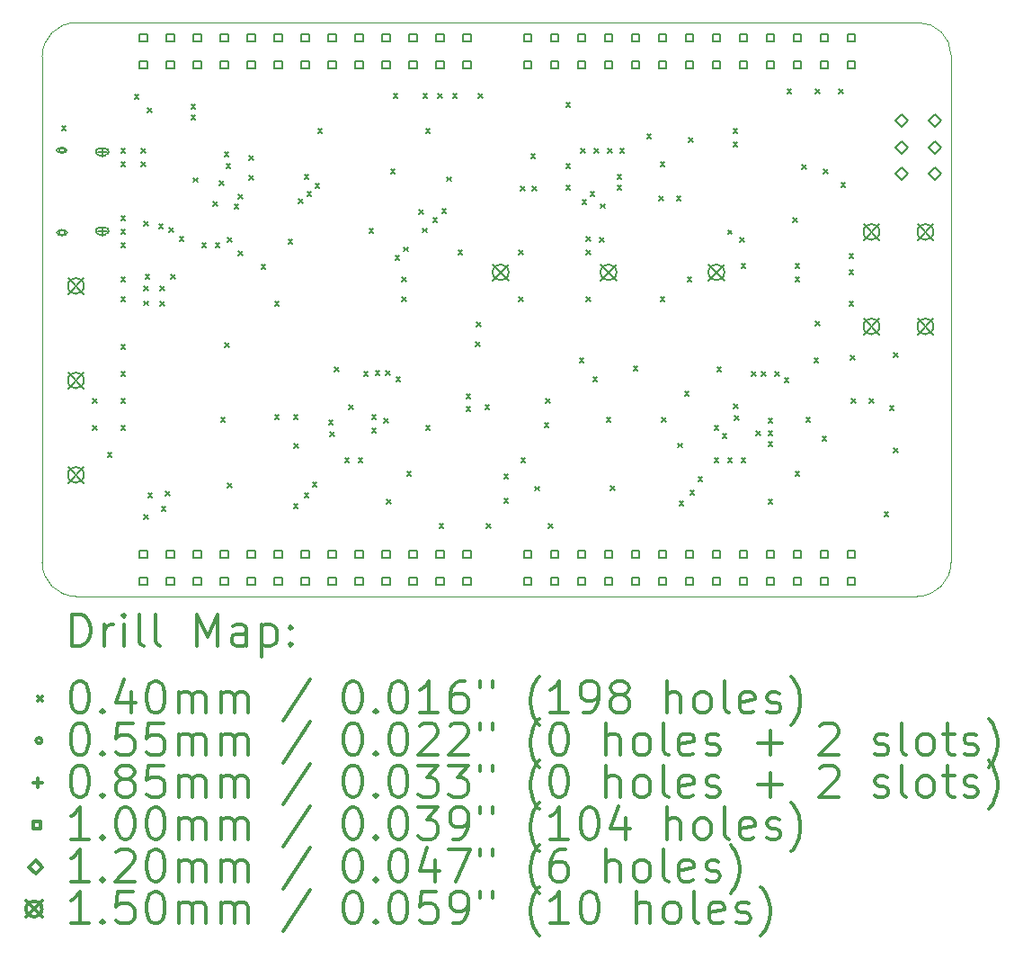
<source format=gbr>
%FSLAX45Y45*%
G04 Gerber Fmt 4.5, Leading zero omitted, Abs format (unit mm)*
G04 Created by KiCad (PCBNEW (5.1.9)-1) date 2021-06-01 18:20:39*
%MOMM*%
%LPD*%
G01*
G04 APERTURE LIST*
%TA.AperFunction,Profile*%
%ADD10C,0.050000*%
%TD*%
%ADD11C,0.200000*%
%ADD12C,0.300000*%
G04 APERTURE END LIST*
D10*
X12319000Y-4318000D02*
G75*
G02*
X12624000Y-4623000I0J-305000D01*
G01*
X4381500Y-9715500D02*
G75*
G02*
X4064000Y-9398000I0J317500D01*
G01*
X4064000Y-4635500D02*
G75*
G02*
X4381500Y-4318000I317500J0D01*
G01*
X12624000Y-9398000D02*
G75*
G02*
X12306500Y-9715500I-317500J0D01*
G01*
X12624000Y-4623000D02*
X12624000Y-9398000D01*
X4064000Y-4635500D02*
X4064000Y-9398000D01*
X4381500Y-9715500D02*
X12306500Y-9715500D01*
X4381500Y-4318000D02*
X12319000Y-4318000D01*
D11*
X4247200Y-5288600D02*
X4287200Y-5328600D01*
X4287200Y-5288600D02*
X4247200Y-5328600D01*
X4539300Y-7854000D02*
X4579300Y-7894000D01*
X4579300Y-7854000D02*
X4539300Y-7894000D01*
X4539300Y-8108000D02*
X4579300Y-8148000D01*
X4579300Y-8108000D02*
X4539300Y-8148000D01*
X4679000Y-8362000D02*
X4719000Y-8402000D01*
X4719000Y-8362000D02*
X4679000Y-8402000D01*
X4806000Y-5504500D02*
X4846000Y-5544500D01*
X4846000Y-5504500D02*
X4806000Y-5544500D01*
X4806000Y-5631500D02*
X4846000Y-5671500D01*
X4846000Y-5631500D02*
X4806000Y-5671500D01*
X4806000Y-6139500D02*
X4846000Y-6179500D01*
X4846000Y-6139500D02*
X4806000Y-6179500D01*
X4806000Y-6266500D02*
X4846000Y-6306500D01*
X4846000Y-6266500D02*
X4806000Y-6306500D01*
X4806000Y-6393500D02*
X4846000Y-6433500D01*
X4846000Y-6393500D02*
X4806000Y-6433500D01*
X4806000Y-6711000D02*
X4846000Y-6751000D01*
X4846000Y-6711000D02*
X4806000Y-6751000D01*
X4806000Y-6901500D02*
X4846000Y-6941500D01*
X4846000Y-6901500D02*
X4806000Y-6941500D01*
X4806000Y-7346000D02*
X4846000Y-7386000D01*
X4846000Y-7346000D02*
X4806000Y-7386000D01*
X4806000Y-7600000D02*
X4846000Y-7640000D01*
X4846000Y-7600000D02*
X4806000Y-7640000D01*
X4806000Y-7854000D02*
X4846000Y-7894000D01*
X4846000Y-7854000D02*
X4806000Y-7894000D01*
X4806000Y-8108000D02*
X4846000Y-8148000D01*
X4846000Y-8108000D02*
X4806000Y-8148000D01*
X4933000Y-4996500D02*
X4973000Y-5036500D01*
X4973000Y-4996500D02*
X4933000Y-5036500D01*
X4996500Y-5504500D02*
X5036500Y-5544500D01*
X5036500Y-5504500D02*
X4996500Y-5544500D01*
X4996500Y-5631500D02*
X5036500Y-5671500D01*
X5036500Y-5631500D02*
X4996500Y-5671500D01*
X5021900Y-6190300D02*
X5061900Y-6230300D01*
X5061900Y-6190300D02*
X5021900Y-6230300D01*
X5021900Y-6799900D02*
X5061900Y-6839900D01*
X5061900Y-6799900D02*
X5021900Y-6839900D01*
X5021900Y-6938499D02*
X5061900Y-6978499D01*
X5061900Y-6938499D02*
X5021900Y-6978499D01*
X5021900Y-8946200D02*
X5061900Y-8986200D01*
X5061900Y-8946200D02*
X5021900Y-8986200D01*
X5034600Y-6685600D02*
X5074600Y-6725600D01*
X5074600Y-6685600D02*
X5034600Y-6725600D01*
X5056000Y-5123500D02*
X5096000Y-5163500D01*
X5096000Y-5123500D02*
X5056000Y-5163500D01*
X5060000Y-8743000D02*
X5100000Y-8783000D01*
X5100000Y-8743000D02*
X5060000Y-8783000D01*
X5161600Y-6215700D02*
X5201600Y-6255700D01*
X5201600Y-6215700D02*
X5161600Y-6255700D01*
X5174300Y-6799900D02*
X5214300Y-6839900D01*
X5214300Y-6799900D02*
X5174300Y-6839900D01*
X5174300Y-6939600D02*
X5214300Y-6979600D01*
X5214300Y-6939600D02*
X5174300Y-6979600D01*
X5187000Y-8870000D02*
X5227000Y-8910000D01*
X5227000Y-8870000D02*
X5187000Y-8910000D01*
X5225100Y-8730300D02*
X5265100Y-8770300D01*
X5265100Y-8730300D02*
X5225100Y-8770300D01*
X5259200Y-6249800D02*
X5299200Y-6289800D01*
X5299200Y-6249800D02*
X5259200Y-6289800D01*
X5275900Y-6685600D02*
X5315900Y-6725600D01*
X5315900Y-6685600D02*
X5275900Y-6725600D01*
X5357247Y-6330734D02*
X5397247Y-6370734D01*
X5397247Y-6330734D02*
X5357247Y-6370734D01*
X5466400Y-5085400D02*
X5506400Y-5125400D01*
X5506400Y-5085400D02*
X5466400Y-5125400D01*
X5466400Y-5187000D02*
X5506400Y-5227000D01*
X5506400Y-5187000D02*
X5466400Y-5227000D01*
X5486270Y-5776730D02*
X5526270Y-5816730D01*
X5526270Y-5776730D02*
X5486270Y-5816730D01*
X5568000Y-6393500D02*
X5608000Y-6433500D01*
X5608000Y-6393500D02*
X5568000Y-6433500D01*
X5676887Y-6000739D02*
X5716887Y-6040739D01*
X5716887Y-6000739D02*
X5676887Y-6040739D01*
X5695844Y-6393497D02*
X5735844Y-6433497D01*
X5735844Y-6393497D02*
X5695844Y-6433497D01*
X5733100Y-5809300D02*
X5773100Y-5849300D01*
X5773100Y-5809300D02*
X5733100Y-5849300D01*
X5745800Y-8031800D02*
X5785800Y-8071800D01*
X5785800Y-8031800D02*
X5745800Y-8071800D01*
X5779899Y-5536002D02*
X5819899Y-5576002D01*
X5819899Y-5536002D02*
X5779899Y-5576002D01*
X5783900Y-7333300D02*
X5823900Y-7373300D01*
X5823900Y-7333300D02*
X5783900Y-7373300D01*
X5796600Y-5644200D02*
X5836600Y-5684200D01*
X5836600Y-5644200D02*
X5796600Y-5684200D01*
X5809300Y-6342700D02*
X5849300Y-6382700D01*
X5849300Y-6342700D02*
X5809300Y-6382700D01*
X5809300Y-8654100D02*
X5849300Y-8694100D01*
X5849300Y-8654100D02*
X5809300Y-8694100D01*
X5872800Y-6025200D02*
X5912800Y-6065200D01*
X5912800Y-6025200D02*
X5872800Y-6065200D01*
X5910900Y-5936301D02*
X5950900Y-5976301D01*
X5950900Y-5936301D02*
X5910900Y-5976301D01*
X5910900Y-6469700D02*
X5950900Y-6509700D01*
X5950900Y-6469700D02*
X5910900Y-6509700D01*
X6012500Y-5568000D02*
X6052500Y-5608000D01*
X6052500Y-5568000D02*
X6012500Y-5608000D01*
X6012500Y-5758500D02*
X6052500Y-5798500D01*
X6052500Y-5758500D02*
X6012500Y-5798500D01*
X6126800Y-6596700D02*
X6166800Y-6636700D01*
X6166800Y-6596700D02*
X6126800Y-6636700D01*
X6253800Y-6939600D02*
X6293800Y-6979600D01*
X6293800Y-6939600D02*
X6253800Y-6979600D01*
X6253800Y-8006400D02*
X6293800Y-8046400D01*
X6293800Y-8006400D02*
X6253800Y-8046400D01*
X6380800Y-6355400D02*
X6420800Y-6395400D01*
X6420800Y-6355400D02*
X6380800Y-6395400D01*
X6431600Y-8006400D02*
X6471600Y-8046400D01*
X6471600Y-8006400D02*
X6431600Y-8046400D01*
X6431600Y-8844600D02*
X6471600Y-8884600D01*
X6471600Y-8844600D02*
X6431600Y-8884600D01*
X6436675Y-8278175D02*
X6476675Y-8318175D01*
X6476675Y-8278175D02*
X6436675Y-8318175D01*
X6480412Y-5978401D02*
X6520412Y-6018401D01*
X6520412Y-5978401D02*
X6480412Y-6018401D01*
X6533200Y-5745800D02*
X6573200Y-5785800D01*
X6573200Y-5745800D02*
X6533200Y-5785800D01*
X6533200Y-8743000D02*
X6573200Y-8783000D01*
X6573200Y-8743000D02*
X6533200Y-8783000D01*
X6558600Y-5910900D02*
X6598600Y-5950900D01*
X6598600Y-5910900D02*
X6558600Y-5950900D01*
X6609400Y-8641400D02*
X6649400Y-8681400D01*
X6649400Y-8641400D02*
X6609400Y-8681400D01*
X6634800Y-5834700D02*
X6674800Y-5874700D01*
X6674800Y-5834700D02*
X6634800Y-5874700D01*
X6660200Y-5314000D02*
X6700200Y-5354000D01*
X6700200Y-5314000D02*
X6660200Y-5354000D01*
X6761800Y-8057200D02*
X6801800Y-8097200D01*
X6801800Y-8057200D02*
X6761800Y-8097200D01*
X6774500Y-8171500D02*
X6814500Y-8211500D01*
X6814500Y-8171500D02*
X6774500Y-8211500D01*
X6815120Y-7560329D02*
X6855120Y-7600329D01*
X6855120Y-7560329D02*
X6815120Y-7600329D01*
X6914200Y-8412800D02*
X6954200Y-8452800D01*
X6954200Y-8412800D02*
X6914200Y-8452800D01*
X6953500Y-7916300D02*
X6993500Y-7956300D01*
X6993500Y-7916300D02*
X6953500Y-7956300D01*
X7041200Y-8412800D02*
X7081200Y-8452800D01*
X7081200Y-8412800D02*
X7041200Y-8452800D01*
X7092000Y-7600000D02*
X7132000Y-7640000D01*
X7132000Y-7600000D02*
X7092000Y-7640000D01*
X7142800Y-6253800D02*
X7182800Y-6293800D01*
X7182800Y-6253800D02*
X7142800Y-6293800D01*
X7168200Y-8006400D02*
X7208200Y-8046400D01*
X7208200Y-8006400D02*
X7168200Y-8046400D01*
X7168200Y-8133400D02*
X7208200Y-8173400D01*
X7208200Y-8133400D02*
X7168200Y-8173400D01*
X7203500Y-7591301D02*
X7243500Y-7631301D01*
X7243500Y-7591301D02*
X7203500Y-7631301D01*
X7282500Y-8044500D02*
X7322500Y-8084500D01*
X7322500Y-8044500D02*
X7282500Y-8084500D01*
X7300569Y-7592848D02*
X7340569Y-7632848D01*
X7340569Y-7592848D02*
X7300569Y-7632848D01*
X7307900Y-8806500D02*
X7347900Y-8846500D01*
X7347900Y-8806500D02*
X7307900Y-8846500D01*
X7346000Y-5695000D02*
X7386000Y-5735000D01*
X7386000Y-5695000D02*
X7346000Y-5735000D01*
X7371400Y-4983800D02*
X7411400Y-5023800D01*
X7411400Y-4983800D02*
X7371400Y-5023800D01*
X7388400Y-6512100D02*
X7428400Y-6552100D01*
X7428400Y-6512100D02*
X7388400Y-6552100D01*
X7396800Y-7650801D02*
X7436800Y-7690801D01*
X7436800Y-7650801D02*
X7396800Y-7690801D01*
X7452680Y-6711000D02*
X7492680Y-6751000D01*
X7492680Y-6711000D02*
X7452680Y-6751000D01*
X7452680Y-6901500D02*
X7492680Y-6941500D01*
X7492680Y-6901500D02*
X7452680Y-6941500D01*
X7470950Y-6429550D02*
X7510950Y-6469550D01*
X7510950Y-6429550D02*
X7470950Y-6469550D01*
X7498400Y-8539800D02*
X7538400Y-8579800D01*
X7538400Y-8539800D02*
X7498400Y-8579800D01*
X7612700Y-6076000D02*
X7652700Y-6116000D01*
X7652700Y-6076000D02*
X7612700Y-6116000D01*
X7648750Y-6251750D02*
X7688750Y-6291750D01*
X7688750Y-6251750D02*
X7648750Y-6291750D01*
X7650800Y-4983800D02*
X7690800Y-5023800D01*
X7690800Y-4983800D02*
X7650800Y-5023800D01*
X7676200Y-5314000D02*
X7716200Y-5354000D01*
X7716200Y-5314000D02*
X7676200Y-5354000D01*
X7676200Y-8108000D02*
X7716200Y-8148000D01*
X7716200Y-8108000D02*
X7676200Y-8148000D01*
X7744000Y-6156500D02*
X7784000Y-6196500D01*
X7784000Y-6156500D02*
X7744000Y-6196500D01*
X7790500Y-4983800D02*
X7830500Y-5023800D01*
X7830500Y-4983800D02*
X7790500Y-5023800D01*
X7803200Y-9035100D02*
X7843200Y-9075100D01*
X7843200Y-9035100D02*
X7803200Y-9075100D01*
X7828598Y-6071901D02*
X7868598Y-6111901D01*
X7868598Y-6071901D02*
X7828598Y-6111901D01*
X7876999Y-5769500D02*
X7916999Y-5809500D01*
X7916999Y-5769500D02*
X7876999Y-5809500D01*
X7930200Y-4983800D02*
X7970200Y-5023800D01*
X7970200Y-4983800D02*
X7930200Y-5023800D01*
X7981000Y-6457000D02*
X8021000Y-6497000D01*
X8021000Y-6457000D02*
X7981000Y-6497000D01*
X8057200Y-7815900D02*
X8097200Y-7855900D01*
X8097200Y-7815900D02*
X8057200Y-7855900D01*
X8057200Y-7930200D02*
X8097200Y-7970200D01*
X8097200Y-7930200D02*
X8057200Y-7970200D01*
X8146101Y-7320600D02*
X8186101Y-7360600D01*
X8186101Y-7320600D02*
X8146101Y-7360600D01*
X8152450Y-7136450D02*
X8192450Y-7176450D01*
X8192450Y-7136450D02*
X8152450Y-7176450D01*
X8171500Y-4983800D02*
X8211500Y-5023800D01*
X8211500Y-4983800D02*
X8171500Y-5023800D01*
X8236301Y-7917500D02*
X8276301Y-7957500D01*
X8276301Y-7917500D02*
X8236301Y-7957500D01*
X8247700Y-9035100D02*
X8287700Y-9075100D01*
X8287700Y-9035100D02*
X8247700Y-9075100D01*
X8412800Y-8565200D02*
X8452800Y-8605200D01*
X8452800Y-8565200D02*
X8412800Y-8605200D01*
X8412800Y-8793800D02*
X8452800Y-8833800D01*
X8452800Y-8793800D02*
X8412800Y-8833800D01*
X8552500Y-6457000D02*
X8592500Y-6497000D01*
X8592500Y-6457000D02*
X8552500Y-6497000D01*
X8552500Y-6901500D02*
X8592500Y-6941500D01*
X8592500Y-6901500D02*
X8552500Y-6941500D01*
X8572004Y-5860100D02*
X8612004Y-5900100D01*
X8612004Y-5860100D02*
X8572004Y-5900100D01*
X8575360Y-8412800D02*
X8615360Y-8452800D01*
X8615360Y-8412800D02*
X8575360Y-8452800D01*
X8666999Y-5556135D02*
X8706999Y-5596135D01*
X8706999Y-5556135D02*
X8666999Y-5596135D01*
X8679500Y-5860100D02*
X8719500Y-5900100D01*
X8719500Y-5860100D02*
X8679500Y-5900100D01*
X8707700Y-8682300D02*
X8747700Y-8722300D01*
X8747700Y-8682300D02*
X8707700Y-8722300D01*
X8793800Y-8082600D02*
X8833800Y-8122600D01*
X8833800Y-8082600D02*
X8793800Y-8122600D01*
X8806500Y-7854000D02*
X8846500Y-7894000D01*
X8846500Y-7854000D02*
X8806500Y-7894000D01*
X8831900Y-9035100D02*
X8871900Y-9075100D01*
X8871900Y-9035100D02*
X8831900Y-9075100D01*
X8997000Y-5072700D02*
X9037000Y-5112700D01*
X9037000Y-5072700D02*
X8997000Y-5112700D01*
X8997000Y-5644200D02*
X9037000Y-5684200D01*
X9037000Y-5644200D02*
X8997000Y-5684200D01*
X8997000Y-5847400D02*
X9037000Y-5887400D01*
X9037000Y-5847400D02*
X8997000Y-5887400D01*
X9124000Y-7473000D02*
X9164000Y-7513000D01*
X9164000Y-7473000D02*
X9124000Y-7513000D01*
X9136700Y-5504500D02*
X9176700Y-5544500D01*
X9176700Y-5504500D02*
X9136700Y-5544500D01*
X9149400Y-5987100D02*
X9189400Y-6027100D01*
X9189400Y-5987100D02*
X9149400Y-6027100D01*
X9187500Y-6330000D02*
X9227500Y-6370000D01*
X9227500Y-6330000D02*
X9187500Y-6370000D01*
X9187500Y-6457000D02*
X9227500Y-6497000D01*
X9227500Y-6457000D02*
X9187500Y-6497000D01*
X9187500Y-6901500D02*
X9227500Y-6941500D01*
X9227500Y-6901500D02*
X9187500Y-6941500D01*
X9225600Y-5910900D02*
X9265600Y-5950900D01*
X9265600Y-5910900D02*
X9225600Y-5950900D01*
X9251000Y-7650799D02*
X9291000Y-7690799D01*
X9291000Y-7650799D02*
X9251000Y-7690799D01*
X9263700Y-5504500D02*
X9303700Y-5544500D01*
X9303700Y-5504500D02*
X9263700Y-5544500D01*
X9312412Y-6343502D02*
X9352412Y-6383502D01*
X9352412Y-6343502D02*
X9312412Y-6383502D01*
X9321616Y-6022730D02*
X9361616Y-6062730D01*
X9361616Y-6022730D02*
X9321616Y-6062730D01*
X9378000Y-8031800D02*
X9418000Y-8071800D01*
X9418000Y-8031800D02*
X9378000Y-8071800D01*
X9390700Y-5504500D02*
X9430700Y-5544500D01*
X9430700Y-5504500D02*
X9390700Y-5544500D01*
X9416100Y-8679500D02*
X9456100Y-8719500D01*
X9456100Y-8679500D02*
X9416100Y-8719500D01*
X9479600Y-5745800D02*
X9519600Y-5785800D01*
X9519600Y-5745800D02*
X9479600Y-5785800D01*
X9479600Y-5847400D02*
X9519600Y-5887400D01*
X9519600Y-5847400D02*
X9479600Y-5887400D01*
X9505000Y-5504500D02*
X9545000Y-5544500D01*
X9545000Y-5504500D02*
X9505000Y-5544500D01*
X9632000Y-7549200D02*
X9672000Y-7589200D01*
X9672000Y-7549200D02*
X9632000Y-7589200D01*
X9759000Y-5364800D02*
X9799000Y-5404800D01*
X9799000Y-5364800D02*
X9759000Y-5404800D01*
X9873300Y-5949000D02*
X9913300Y-5989000D01*
X9913300Y-5949000D02*
X9873300Y-5989000D01*
X9886000Y-5631500D02*
X9926000Y-5671500D01*
X9926000Y-5631500D02*
X9886000Y-5671500D01*
X9886000Y-6901500D02*
X9926000Y-6941500D01*
X9926000Y-6901500D02*
X9886000Y-6941500D01*
X9898700Y-8031800D02*
X9938700Y-8071800D01*
X9938700Y-8031800D02*
X9898700Y-8071800D01*
X10038400Y-5949000D02*
X10078400Y-5989000D01*
X10078400Y-5949000D02*
X10038400Y-5989000D01*
X10054170Y-8276169D02*
X10094170Y-8316169D01*
X10094170Y-8276169D02*
X10054170Y-8316169D01*
X10063800Y-8819200D02*
X10103800Y-8859200D01*
X10103800Y-8819200D02*
X10063800Y-8859200D01*
X10114600Y-7790500D02*
X10154600Y-7830500D01*
X10154600Y-7790500D02*
X10114600Y-7830500D01*
X10140000Y-6711000D02*
X10180000Y-6751000D01*
X10180000Y-6711000D02*
X10140000Y-6751000D01*
X10152700Y-5402900D02*
X10192700Y-5442900D01*
X10192700Y-5402900D02*
X10152700Y-5442900D01*
X10165400Y-8717600D02*
X10205400Y-8757600D01*
X10205400Y-8717600D02*
X10165400Y-8757600D01*
X10241600Y-8590600D02*
X10281600Y-8630600D01*
X10281600Y-8590600D02*
X10241600Y-8630600D01*
X10394000Y-8108000D02*
X10434000Y-8148000D01*
X10434000Y-8108000D02*
X10394000Y-8148000D01*
X10394000Y-8412800D02*
X10434000Y-8452800D01*
X10434000Y-8412800D02*
X10394000Y-8452800D01*
X10419400Y-7561900D02*
X10459400Y-7601900D01*
X10459400Y-7561900D02*
X10419400Y-7601900D01*
X10470200Y-8184200D02*
X10510200Y-8224200D01*
X10510200Y-8184200D02*
X10470200Y-8224200D01*
X10521000Y-6269431D02*
X10561000Y-6309431D01*
X10561000Y-6269431D02*
X10521000Y-6309431D01*
X10521000Y-8412800D02*
X10561000Y-8452800D01*
X10561000Y-8412800D02*
X10521000Y-8452800D01*
X10571800Y-5314000D02*
X10611800Y-5354000D01*
X10611800Y-5314000D02*
X10571800Y-5354000D01*
X10571800Y-5441000D02*
X10611800Y-5481000D01*
X10611800Y-5441000D02*
X10571800Y-5481000D01*
X10577276Y-7907368D02*
X10617276Y-7947368D01*
X10617276Y-7907368D02*
X10577276Y-7947368D01*
X10584500Y-8019100D02*
X10624500Y-8059100D01*
X10624500Y-8019100D02*
X10584500Y-8059100D01*
X10637254Y-6340746D02*
X10677254Y-6380746D01*
X10677254Y-6340746D02*
X10637254Y-6380746D01*
X10648000Y-6584000D02*
X10688000Y-6624000D01*
X10688000Y-6584000D02*
X10648000Y-6624000D01*
X10648000Y-8412800D02*
X10688000Y-8452800D01*
X10688000Y-8412800D02*
X10648000Y-8452800D01*
X10743500Y-7600000D02*
X10783500Y-7640000D01*
X10783500Y-7600000D02*
X10743500Y-7640000D01*
X10787700Y-8158800D02*
X10827700Y-8198800D01*
X10827700Y-8158800D02*
X10787700Y-8198800D01*
X10838500Y-7600000D02*
X10878500Y-7640000D01*
X10878500Y-7600000D02*
X10838500Y-7640000D01*
X10902000Y-8044500D02*
X10942000Y-8084500D01*
X10942000Y-8044500D02*
X10902000Y-8084500D01*
X10902000Y-8158800D02*
X10942000Y-8198800D01*
X10942000Y-8158800D02*
X10902000Y-8198800D01*
X10902000Y-8260400D02*
X10942000Y-8300400D01*
X10942000Y-8260400D02*
X10902000Y-8300400D01*
X10902000Y-8806500D02*
X10942000Y-8846500D01*
X10942000Y-8806500D02*
X10902000Y-8846500D01*
X10965500Y-7600000D02*
X11005500Y-7640000D01*
X11005500Y-7600000D02*
X10965500Y-7640000D01*
X11054400Y-7659499D02*
X11094400Y-7699499D01*
X11094400Y-7659499D02*
X11054400Y-7699499D01*
X11079800Y-4945700D02*
X11119800Y-4985700D01*
X11119800Y-4945700D02*
X11079800Y-4985700D01*
X11134900Y-6156500D02*
X11174900Y-6196500D01*
X11174900Y-6156500D02*
X11134900Y-6196500D01*
X11156000Y-6584000D02*
X11196000Y-6624000D01*
X11196000Y-6584000D02*
X11156000Y-6624000D01*
X11156000Y-6711000D02*
X11196000Y-6751000D01*
X11196000Y-6711000D02*
X11156000Y-6751000D01*
X11156000Y-8539800D02*
X11196000Y-8579800D01*
X11196000Y-8539800D02*
X11156000Y-8579800D01*
X11219500Y-5656900D02*
X11259500Y-5696900D01*
X11259500Y-5656900D02*
X11219500Y-5696900D01*
X11257600Y-8031800D02*
X11297600Y-8071800D01*
X11297600Y-8031800D02*
X11257600Y-8071800D01*
X11333800Y-7473000D02*
X11373800Y-7513000D01*
X11373800Y-7473000D02*
X11333800Y-7513000D01*
X11346500Y-4945700D02*
X11386500Y-4985700D01*
X11386500Y-4945700D02*
X11346500Y-4985700D01*
X11346500Y-7130100D02*
X11386500Y-7170100D01*
X11386500Y-7130100D02*
X11346500Y-7170100D01*
X11410000Y-8209600D02*
X11450000Y-8249600D01*
X11450000Y-8209600D02*
X11410000Y-8249600D01*
X11422700Y-5695000D02*
X11462700Y-5735000D01*
X11462700Y-5695000D02*
X11422700Y-5735000D01*
X11568750Y-4945700D02*
X11608750Y-4985700D01*
X11608750Y-4945700D02*
X11568750Y-4985700D01*
X11587800Y-5822000D02*
X11627800Y-5862000D01*
X11627800Y-5822000D02*
X11587800Y-5862000D01*
X11664000Y-6495100D02*
X11704000Y-6535100D01*
X11704000Y-6495100D02*
X11664000Y-6535100D01*
X11664000Y-6647500D02*
X11704000Y-6687500D01*
X11704000Y-6647500D02*
X11664000Y-6687500D01*
X11664000Y-6939600D02*
X11704000Y-6979600D01*
X11704000Y-6939600D02*
X11664000Y-6979600D01*
X11677981Y-7451950D02*
X11717981Y-7491950D01*
X11717981Y-7451950D02*
X11677981Y-7491950D01*
X11685400Y-7858000D02*
X11725400Y-7898000D01*
X11725400Y-7858000D02*
X11685400Y-7898000D01*
X11854500Y-7854000D02*
X11894500Y-7894000D01*
X11894500Y-7854000D02*
X11854500Y-7894000D01*
X11994200Y-8920800D02*
X12034200Y-8960800D01*
X12034200Y-8920800D02*
X11994200Y-8960800D01*
X12045000Y-7921500D02*
X12085000Y-7961500D01*
X12085000Y-7921500D02*
X12045000Y-7961500D01*
X12083100Y-7422200D02*
X12123100Y-7462200D01*
X12123100Y-7422200D02*
X12083100Y-7462200D01*
X12083100Y-8323900D02*
X12123100Y-8363900D01*
X12123100Y-8323900D02*
X12083100Y-8363900D01*
X4277500Y-5518000D02*
G75*
G03*
X4277500Y-5518000I-27500J0D01*
G01*
X4282500Y-5500500D02*
X4217500Y-5500500D01*
X4282500Y-5535500D02*
X4217500Y-5535500D01*
X4217500Y-5500500D02*
G75*
G03*
X4217500Y-5535500I0J-17500D01*
G01*
X4282500Y-5535500D02*
G75*
G03*
X4282500Y-5500500I0J17500D01*
G01*
X4277500Y-6293000D02*
G75*
G03*
X4277500Y-6293000I-27500J0D01*
G01*
X4282500Y-6275500D02*
X4217500Y-6275500D01*
X4282500Y-6310500D02*
X4217500Y-6310500D01*
X4217500Y-6275500D02*
G75*
G03*
X4217500Y-6310500I0J-17500D01*
G01*
X4282500Y-6310500D02*
G75*
G03*
X4282500Y-6275500I0J17500D01*
G01*
X4630000Y-5490500D02*
X4630000Y-5575500D01*
X4587500Y-5533000D02*
X4672500Y-5533000D01*
X4657500Y-5500500D02*
X4602500Y-5500500D01*
X4657500Y-5565500D02*
X4602500Y-5565500D01*
X4602500Y-5500500D02*
G75*
G03*
X4602500Y-5565500I0J-32500D01*
G01*
X4657500Y-5565500D02*
G75*
G03*
X4657500Y-5500500I0J32500D01*
G01*
X4630000Y-6235500D02*
X4630000Y-6320500D01*
X4587500Y-6278000D02*
X4672500Y-6278000D01*
X4657500Y-6245500D02*
X4602500Y-6245500D01*
X4657500Y-6310500D02*
X4602500Y-6310500D01*
X4602500Y-6245500D02*
G75*
G03*
X4602500Y-6310500I0J-32500D01*
G01*
X4657500Y-6310500D02*
G75*
G03*
X4657500Y-6245500I0J32500D01*
G01*
X5051856Y-4493056D02*
X5051856Y-4422344D01*
X4981144Y-4422344D01*
X4981144Y-4493056D01*
X5051856Y-4493056D01*
X5051856Y-4747056D02*
X5051856Y-4676344D01*
X4981144Y-4676344D01*
X4981144Y-4747056D01*
X5051856Y-4747056D01*
X5051856Y-9357156D02*
X5051856Y-9286444D01*
X4981144Y-9286444D01*
X4981144Y-9357156D01*
X5051856Y-9357156D01*
X5051856Y-9611156D02*
X5051856Y-9540444D01*
X4981144Y-9540444D01*
X4981144Y-9611156D01*
X5051856Y-9611156D01*
X5305856Y-4493056D02*
X5305856Y-4422344D01*
X5235144Y-4422344D01*
X5235144Y-4493056D01*
X5305856Y-4493056D01*
X5305856Y-4747056D02*
X5305856Y-4676344D01*
X5235144Y-4676344D01*
X5235144Y-4747056D01*
X5305856Y-4747056D01*
X5305856Y-9357156D02*
X5305856Y-9286444D01*
X5235144Y-9286444D01*
X5235144Y-9357156D01*
X5305856Y-9357156D01*
X5305856Y-9611156D02*
X5305856Y-9540444D01*
X5235144Y-9540444D01*
X5235144Y-9611156D01*
X5305856Y-9611156D01*
X5559856Y-4493056D02*
X5559856Y-4422344D01*
X5489144Y-4422344D01*
X5489144Y-4493056D01*
X5559856Y-4493056D01*
X5559856Y-4747056D02*
X5559856Y-4676344D01*
X5489144Y-4676344D01*
X5489144Y-4747056D01*
X5559856Y-4747056D01*
X5559856Y-9357156D02*
X5559856Y-9286444D01*
X5489144Y-9286444D01*
X5489144Y-9357156D01*
X5559856Y-9357156D01*
X5559856Y-9611156D02*
X5559856Y-9540444D01*
X5489144Y-9540444D01*
X5489144Y-9611156D01*
X5559856Y-9611156D01*
X5813856Y-4493056D02*
X5813856Y-4422344D01*
X5743144Y-4422344D01*
X5743144Y-4493056D01*
X5813856Y-4493056D01*
X5813856Y-4747056D02*
X5813856Y-4676344D01*
X5743144Y-4676344D01*
X5743144Y-4747056D01*
X5813856Y-4747056D01*
X5813856Y-9357156D02*
X5813856Y-9286444D01*
X5743144Y-9286444D01*
X5743144Y-9357156D01*
X5813856Y-9357156D01*
X5813856Y-9611156D02*
X5813856Y-9540444D01*
X5743144Y-9540444D01*
X5743144Y-9611156D01*
X5813856Y-9611156D01*
X6067856Y-4493056D02*
X6067856Y-4422344D01*
X5997144Y-4422344D01*
X5997144Y-4493056D01*
X6067856Y-4493056D01*
X6067856Y-4747056D02*
X6067856Y-4676344D01*
X5997144Y-4676344D01*
X5997144Y-4747056D01*
X6067856Y-4747056D01*
X6067856Y-9357156D02*
X6067856Y-9286444D01*
X5997144Y-9286444D01*
X5997144Y-9357156D01*
X6067856Y-9357156D01*
X6067856Y-9611156D02*
X6067856Y-9540444D01*
X5997144Y-9540444D01*
X5997144Y-9611156D01*
X6067856Y-9611156D01*
X6321856Y-4493056D02*
X6321856Y-4422344D01*
X6251144Y-4422344D01*
X6251144Y-4493056D01*
X6321856Y-4493056D01*
X6321856Y-4747056D02*
X6321856Y-4676344D01*
X6251144Y-4676344D01*
X6251144Y-4747056D01*
X6321856Y-4747056D01*
X6321856Y-9357156D02*
X6321856Y-9286444D01*
X6251144Y-9286444D01*
X6251144Y-9357156D01*
X6321856Y-9357156D01*
X6321856Y-9611156D02*
X6321856Y-9540444D01*
X6251144Y-9540444D01*
X6251144Y-9611156D01*
X6321856Y-9611156D01*
X6575856Y-4493056D02*
X6575856Y-4422344D01*
X6505144Y-4422344D01*
X6505144Y-4493056D01*
X6575856Y-4493056D01*
X6575856Y-4747056D02*
X6575856Y-4676344D01*
X6505144Y-4676344D01*
X6505144Y-4747056D01*
X6575856Y-4747056D01*
X6575856Y-9357156D02*
X6575856Y-9286444D01*
X6505144Y-9286444D01*
X6505144Y-9357156D01*
X6575856Y-9357156D01*
X6575856Y-9611156D02*
X6575856Y-9540444D01*
X6505144Y-9540444D01*
X6505144Y-9611156D01*
X6575856Y-9611156D01*
X6829856Y-4493056D02*
X6829856Y-4422344D01*
X6759144Y-4422344D01*
X6759144Y-4493056D01*
X6829856Y-4493056D01*
X6829856Y-4747056D02*
X6829856Y-4676344D01*
X6759144Y-4676344D01*
X6759144Y-4747056D01*
X6829856Y-4747056D01*
X6829856Y-9357156D02*
X6829856Y-9286444D01*
X6759144Y-9286444D01*
X6759144Y-9357156D01*
X6829856Y-9357156D01*
X6829856Y-9611156D02*
X6829856Y-9540444D01*
X6759144Y-9540444D01*
X6759144Y-9611156D01*
X6829856Y-9611156D01*
X7083856Y-4493056D02*
X7083856Y-4422344D01*
X7013144Y-4422344D01*
X7013144Y-4493056D01*
X7083856Y-4493056D01*
X7083856Y-4747056D02*
X7083856Y-4676344D01*
X7013144Y-4676344D01*
X7013144Y-4747056D01*
X7083856Y-4747056D01*
X7083856Y-9357156D02*
X7083856Y-9286444D01*
X7013144Y-9286444D01*
X7013144Y-9357156D01*
X7083856Y-9357156D01*
X7083856Y-9611156D02*
X7083856Y-9540444D01*
X7013144Y-9540444D01*
X7013144Y-9611156D01*
X7083856Y-9611156D01*
X7337856Y-4493056D02*
X7337856Y-4422344D01*
X7267144Y-4422344D01*
X7267144Y-4493056D01*
X7337856Y-4493056D01*
X7337856Y-4747056D02*
X7337856Y-4676344D01*
X7267144Y-4676344D01*
X7267144Y-4747056D01*
X7337856Y-4747056D01*
X7337856Y-9357156D02*
X7337856Y-9286444D01*
X7267144Y-9286444D01*
X7267144Y-9357156D01*
X7337856Y-9357156D01*
X7337856Y-9611156D02*
X7337856Y-9540444D01*
X7267144Y-9540444D01*
X7267144Y-9611156D01*
X7337856Y-9611156D01*
X7591856Y-4493056D02*
X7591856Y-4422344D01*
X7521144Y-4422344D01*
X7521144Y-4493056D01*
X7591856Y-4493056D01*
X7591856Y-4747056D02*
X7591856Y-4676344D01*
X7521144Y-4676344D01*
X7521144Y-4747056D01*
X7591856Y-4747056D01*
X7591856Y-9357156D02*
X7591856Y-9286444D01*
X7521144Y-9286444D01*
X7521144Y-9357156D01*
X7591856Y-9357156D01*
X7591856Y-9611156D02*
X7591856Y-9540444D01*
X7521144Y-9540444D01*
X7521144Y-9611156D01*
X7591856Y-9611156D01*
X7845856Y-4493056D02*
X7845856Y-4422344D01*
X7775144Y-4422344D01*
X7775144Y-4493056D01*
X7845856Y-4493056D01*
X7845856Y-4747056D02*
X7845856Y-4676344D01*
X7775144Y-4676344D01*
X7775144Y-4747056D01*
X7845856Y-4747056D01*
X7845856Y-9357156D02*
X7845856Y-9286444D01*
X7775144Y-9286444D01*
X7775144Y-9357156D01*
X7845856Y-9357156D01*
X7845856Y-9611156D02*
X7845856Y-9540444D01*
X7775144Y-9540444D01*
X7775144Y-9611156D01*
X7845856Y-9611156D01*
X8099856Y-4493056D02*
X8099856Y-4422344D01*
X8029144Y-4422344D01*
X8029144Y-4493056D01*
X8099856Y-4493056D01*
X8099856Y-4747056D02*
X8099856Y-4676344D01*
X8029144Y-4676344D01*
X8029144Y-4747056D01*
X8099856Y-4747056D01*
X8099856Y-9357156D02*
X8099856Y-9286444D01*
X8029144Y-9286444D01*
X8029144Y-9357156D01*
X8099856Y-9357156D01*
X8099856Y-9611156D02*
X8099856Y-9540444D01*
X8029144Y-9540444D01*
X8029144Y-9611156D01*
X8099856Y-9611156D01*
X8671356Y-4493056D02*
X8671356Y-4422344D01*
X8600644Y-4422344D01*
X8600644Y-4493056D01*
X8671356Y-4493056D01*
X8671356Y-4747056D02*
X8671356Y-4676344D01*
X8600644Y-4676344D01*
X8600644Y-4747056D01*
X8671356Y-4747056D01*
X8671356Y-9357156D02*
X8671356Y-9286444D01*
X8600644Y-9286444D01*
X8600644Y-9357156D01*
X8671356Y-9357156D01*
X8671356Y-9611156D02*
X8671356Y-9540444D01*
X8600644Y-9540444D01*
X8600644Y-9611156D01*
X8671356Y-9611156D01*
X8925356Y-4493056D02*
X8925356Y-4422344D01*
X8854644Y-4422344D01*
X8854644Y-4493056D01*
X8925356Y-4493056D01*
X8925356Y-4747056D02*
X8925356Y-4676344D01*
X8854644Y-4676344D01*
X8854644Y-4747056D01*
X8925356Y-4747056D01*
X8925356Y-9357156D02*
X8925356Y-9286444D01*
X8854644Y-9286444D01*
X8854644Y-9357156D01*
X8925356Y-9357156D01*
X8925356Y-9611156D02*
X8925356Y-9540444D01*
X8854644Y-9540444D01*
X8854644Y-9611156D01*
X8925356Y-9611156D01*
X9179356Y-4493056D02*
X9179356Y-4422344D01*
X9108644Y-4422344D01*
X9108644Y-4493056D01*
X9179356Y-4493056D01*
X9179356Y-4747056D02*
X9179356Y-4676344D01*
X9108644Y-4676344D01*
X9108644Y-4747056D01*
X9179356Y-4747056D01*
X9179356Y-9357156D02*
X9179356Y-9286444D01*
X9108644Y-9286444D01*
X9108644Y-9357156D01*
X9179356Y-9357156D01*
X9179356Y-9611156D02*
X9179356Y-9540444D01*
X9108644Y-9540444D01*
X9108644Y-9611156D01*
X9179356Y-9611156D01*
X9433356Y-4493056D02*
X9433356Y-4422344D01*
X9362644Y-4422344D01*
X9362644Y-4493056D01*
X9433356Y-4493056D01*
X9433356Y-4747056D02*
X9433356Y-4676344D01*
X9362644Y-4676344D01*
X9362644Y-4747056D01*
X9433356Y-4747056D01*
X9433356Y-9357156D02*
X9433356Y-9286444D01*
X9362644Y-9286444D01*
X9362644Y-9357156D01*
X9433356Y-9357156D01*
X9433356Y-9611156D02*
X9433356Y-9540444D01*
X9362644Y-9540444D01*
X9362644Y-9611156D01*
X9433356Y-9611156D01*
X9687356Y-4493056D02*
X9687356Y-4422344D01*
X9616644Y-4422344D01*
X9616644Y-4493056D01*
X9687356Y-4493056D01*
X9687356Y-4747056D02*
X9687356Y-4676344D01*
X9616644Y-4676344D01*
X9616644Y-4747056D01*
X9687356Y-4747056D01*
X9687356Y-9357156D02*
X9687356Y-9286444D01*
X9616644Y-9286444D01*
X9616644Y-9357156D01*
X9687356Y-9357156D01*
X9687356Y-9611156D02*
X9687356Y-9540444D01*
X9616644Y-9540444D01*
X9616644Y-9611156D01*
X9687356Y-9611156D01*
X9941356Y-4493056D02*
X9941356Y-4422344D01*
X9870644Y-4422344D01*
X9870644Y-4493056D01*
X9941356Y-4493056D01*
X9941356Y-4747056D02*
X9941356Y-4676344D01*
X9870644Y-4676344D01*
X9870644Y-4747056D01*
X9941356Y-4747056D01*
X9941356Y-9357156D02*
X9941356Y-9286444D01*
X9870644Y-9286444D01*
X9870644Y-9357156D01*
X9941356Y-9357156D01*
X9941356Y-9611156D02*
X9941356Y-9540444D01*
X9870644Y-9540444D01*
X9870644Y-9611156D01*
X9941356Y-9611156D01*
X10195356Y-4493056D02*
X10195356Y-4422344D01*
X10124644Y-4422344D01*
X10124644Y-4493056D01*
X10195356Y-4493056D01*
X10195356Y-4747056D02*
X10195356Y-4676344D01*
X10124644Y-4676344D01*
X10124644Y-4747056D01*
X10195356Y-4747056D01*
X10195356Y-9357156D02*
X10195356Y-9286444D01*
X10124644Y-9286444D01*
X10124644Y-9357156D01*
X10195356Y-9357156D01*
X10195356Y-9611156D02*
X10195356Y-9540444D01*
X10124644Y-9540444D01*
X10124644Y-9611156D01*
X10195356Y-9611156D01*
X10449356Y-4493056D02*
X10449356Y-4422344D01*
X10378644Y-4422344D01*
X10378644Y-4493056D01*
X10449356Y-4493056D01*
X10449356Y-4747056D02*
X10449356Y-4676344D01*
X10378644Y-4676344D01*
X10378644Y-4747056D01*
X10449356Y-4747056D01*
X10449356Y-9357156D02*
X10449356Y-9286444D01*
X10378644Y-9286444D01*
X10378644Y-9357156D01*
X10449356Y-9357156D01*
X10449356Y-9611156D02*
X10449356Y-9540444D01*
X10378644Y-9540444D01*
X10378644Y-9611156D01*
X10449356Y-9611156D01*
X10703356Y-4493056D02*
X10703356Y-4422344D01*
X10632644Y-4422344D01*
X10632644Y-4493056D01*
X10703356Y-4493056D01*
X10703356Y-4747056D02*
X10703356Y-4676344D01*
X10632644Y-4676344D01*
X10632644Y-4747056D01*
X10703356Y-4747056D01*
X10703356Y-9357156D02*
X10703356Y-9286444D01*
X10632644Y-9286444D01*
X10632644Y-9357156D01*
X10703356Y-9357156D01*
X10703356Y-9611156D02*
X10703356Y-9540444D01*
X10632644Y-9540444D01*
X10632644Y-9611156D01*
X10703356Y-9611156D01*
X10957356Y-4493056D02*
X10957356Y-4422344D01*
X10886644Y-4422344D01*
X10886644Y-4493056D01*
X10957356Y-4493056D01*
X10957356Y-4747056D02*
X10957356Y-4676344D01*
X10886644Y-4676344D01*
X10886644Y-4747056D01*
X10957356Y-4747056D01*
X10957356Y-9357156D02*
X10957356Y-9286444D01*
X10886644Y-9286444D01*
X10886644Y-9357156D01*
X10957356Y-9357156D01*
X10957356Y-9611156D02*
X10957356Y-9540444D01*
X10886644Y-9540444D01*
X10886644Y-9611156D01*
X10957356Y-9611156D01*
X11211356Y-4493056D02*
X11211356Y-4422344D01*
X11140644Y-4422344D01*
X11140644Y-4493056D01*
X11211356Y-4493056D01*
X11211356Y-4747056D02*
X11211356Y-4676344D01*
X11140644Y-4676344D01*
X11140644Y-4747056D01*
X11211356Y-4747056D01*
X11211356Y-9357156D02*
X11211356Y-9286444D01*
X11140644Y-9286444D01*
X11140644Y-9357156D01*
X11211356Y-9357156D01*
X11211356Y-9611156D02*
X11211356Y-9540444D01*
X11140644Y-9540444D01*
X11140644Y-9611156D01*
X11211356Y-9611156D01*
X11465356Y-4493056D02*
X11465356Y-4422344D01*
X11394644Y-4422344D01*
X11394644Y-4493056D01*
X11465356Y-4493056D01*
X11465356Y-4747056D02*
X11465356Y-4676344D01*
X11394644Y-4676344D01*
X11394644Y-4747056D01*
X11465356Y-4747056D01*
X11465356Y-9357156D02*
X11465356Y-9286444D01*
X11394644Y-9286444D01*
X11394644Y-9357156D01*
X11465356Y-9357156D01*
X11465356Y-9611156D02*
X11465356Y-9540444D01*
X11394644Y-9540444D01*
X11394644Y-9611156D01*
X11465356Y-9611156D01*
X11719356Y-4493056D02*
X11719356Y-4422344D01*
X11648644Y-4422344D01*
X11648644Y-4493056D01*
X11719356Y-4493056D01*
X11719356Y-4747056D02*
X11719356Y-4676344D01*
X11648644Y-4676344D01*
X11648644Y-4747056D01*
X11719356Y-4747056D01*
X11719356Y-9357156D02*
X11719356Y-9286444D01*
X11648644Y-9286444D01*
X11648644Y-9357156D01*
X11719356Y-9357156D01*
X11719356Y-9611156D02*
X11719356Y-9540444D01*
X11648644Y-9540444D01*
X11648644Y-9611156D01*
X11719356Y-9611156D01*
X12161400Y-5300400D02*
X12221400Y-5240400D01*
X12161400Y-5180400D01*
X12101400Y-5240400D01*
X12161400Y-5300400D01*
X12161400Y-5550400D02*
X12221400Y-5490400D01*
X12161400Y-5430400D01*
X12101400Y-5490400D01*
X12161400Y-5550400D01*
X12161400Y-5800400D02*
X12221400Y-5740400D01*
X12161400Y-5680400D01*
X12101400Y-5740400D01*
X12161400Y-5800400D01*
X12471400Y-5300400D02*
X12531400Y-5240400D01*
X12471400Y-5180400D01*
X12411400Y-5240400D01*
X12471400Y-5300400D01*
X12471400Y-5550400D02*
X12531400Y-5490400D01*
X12471400Y-5430400D01*
X12411400Y-5490400D01*
X12471400Y-5550400D01*
X12471400Y-5800400D02*
X12531400Y-5740400D01*
X12471400Y-5680400D01*
X12411400Y-5740400D01*
X12471400Y-5800400D01*
X4306500Y-6719500D02*
X4456500Y-6869500D01*
X4456500Y-6719500D02*
X4306500Y-6869500D01*
X4456500Y-6794500D02*
G75*
G03*
X4456500Y-6794500I-75000J0D01*
G01*
X4306500Y-7608500D02*
X4456500Y-7758500D01*
X4456500Y-7608500D02*
X4306500Y-7758500D01*
X4456500Y-7683500D02*
G75*
G03*
X4456500Y-7683500I-75000J0D01*
G01*
X4306500Y-8497500D02*
X4456500Y-8647500D01*
X4456500Y-8497500D02*
X4306500Y-8647500D01*
X4456500Y-8572500D02*
G75*
G03*
X4456500Y-8572500I-75000J0D01*
G01*
X8307000Y-6592500D02*
X8457000Y-6742500D01*
X8457000Y-6592500D02*
X8307000Y-6742500D01*
X8457000Y-6667500D02*
G75*
G03*
X8457000Y-6667500I-75000J0D01*
G01*
X9323000Y-6592500D02*
X9473000Y-6742500D01*
X9473000Y-6592500D02*
X9323000Y-6742500D01*
X9473000Y-6667500D02*
G75*
G03*
X9473000Y-6667500I-75000J0D01*
G01*
X10339000Y-6592500D02*
X10489000Y-6742500D01*
X10489000Y-6592500D02*
X10339000Y-6742500D01*
X10489000Y-6667500D02*
G75*
G03*
X10489000Y-6667500I-75000J0D01*
G01*
X11799500Y-6211500D02*
X11949500Y-6361500D01*
X11949500Y-6211500D02*
X11799500Y-6361500D01*
X11949500Y-6286500D02*
G75*
G03*
X11949500Y-6286500I-75000J0D01*
G01*
X11799500Y-7100500D02*
X11949500Y-7250500D01*
X11949500Y-7100500D02*
X11799500Y-7250500D01*
X11949500Y-7175500D02*
G75*
G03*
X11949500Y-7175500I-75000J0D01*
G01*
X12307500Y-6211500D02*
X12457500Y-6361500D01*
X12457500Y-6211500D02*
X12307500Y-6361500D01*
X12457500Y-6286500D02*
G75*
G03*
X12457500Y-6286500I-75000J0D01*
G01*
X12307500Y-7100500D02*
X12457500Y-7250500D01*
X12457500Y-7100500D02*
X12307500Y-7250500D01*
X12457500Y-7175500D02*
G75*
G03*
X12457500Y-7175500I-75000J0D01*
G01*
D12*
X4347928Y-10183714D02*
X4347928Y-9883714D01*
X4419357Y-9883714D01*
X4462214Y-9898000D01*
X4490786Y-9926572D01*
X4505071Y-9955143D01*
X4519357Y-10012286D01*
X4519357Y-10055143D01*
X4505071Y-10112286D01*
X4490786Y-10140857D01*
X4462214Y-10169429D01*
X4419357Y-10183714D01*
X4347928Y-10183714D01*
X4647928Y-10183714D02*
X4647928Y-9983714D01*
X4647928Y-10040857D02*
X4662214Y-10012286D01*
X4676500Y-9998000D01*
X4705071Y-9983714D01*
X4733643Y-9983714D01*
X4833643Y-10183714D02*
X4833643Y-9983714D01*
X4833643Y-9883714D02*
X4819357Y-9898000D01*
X4833643Y-9912286D01*
X4847928Y-9898000D01*
X4833643Y-9883714D01*
X4833643Y-9912286D01*
X5019357Y-10183714D02*
X4990786Y-10169429D01*
X4976500Y-10140857D01*
X4976500Y-9883714D01*
X5176500Y-10183714D02*
X5147928Y-10169429D01*
X5133643Y-10140857D01*
X5133643Y-9883714D01*
X5519357Y-10183714D02*
X5519357Y-9883714D01*
X5619357Y-10098000D01*
X5719357Y-9883714D01*
X5719357Y-10183714D01*
X5990786Y-10183714D02*
X5990786Y-10026572D01*
X5976500Y-9998000D01*
X5947928Y-9983714D01*
X5890786Y-9983714D01*
X5862214Y-9998000D01*
X5990786Y-10169429D02*
X5962214Y-10183714D01*
X5890786Y-10183714D01*
X5862214Y-10169429D01*
X5847928Y-10140857D01*
X5847928Y-10112286D01*
X5862214Y-10083714D01*
X5890786Y-10069429D01*
X5962214Y-10069429D01*
X5990786Y-10055143D01*
X6133643Y-9983714D02*
X6133643Y-10283714D01*
X6133643Y-9998000D02*
X6162214Y-9983714D01*
X6219357Y-9983714D01*
X6247928Y-9998000D01*
X6262214Y-10012286D01*
X6276500Y-10040857D01*
X6276500Y-10126572D01*
X6262214Y-10155143D01*
X6247928Y-10169429D01*
X6219357Y-10183714D01*
X6162214Y-10183714D01*
X6133643Y-10169429D01*
X6405071Y-10155143D02*
X6419357Y-10169429D01*
X6405071Y-10183714D01*
X6390786Y-10169429D01*
X6405071Y-10155143D01*
X6405071Y-10183714D01*
X6405071Y-9998000D02*
X6419357Y-10012286D01*
X6405071Y-10026572D01*
X6390786Y-10012286D01*
X6405071Y-9998000D01*
X6405071Y-10026572D01*
X4021500Y-10658000D02*
X4061500Y-10698000D01*
X4061500Y-10658000D02*
X4021500Y-10698000D01*
X4405071Y-10513714D02*
X4433643Y-10513714D01*
X4462214Y-10528000D01*
X4476500Y-10542286D01*
X4490786Y-10570857D01*
X4505071Y-10628000D01*
X4505071Y-10699429D01*
X4490786Y-10756572D01*
X4476500Y-10785143D01*
X4462214Y-10799429D01*
X4433643Y-10813714D01*
X4405071Y-10813714D01*
X4376500Y-10799429D01*
X4362214Y-10785143D01*
X4347928Y-10756572D01*
X4333643Y-10699429D01*
X4333643Y-10628000D01*
X4347928Y-10570857D01*
X4362214Y-10542286D01*
X4376500Y-10528000D01*
X4405071Y-10513714D01*
X4633643Y-10785143D02*
X4647928Y-10799429D01*
X4633643Y-10813714D01*
X4619357Y-10799429D01*
X4633643Y-10785143D01*
X4633643Y-10813714D01*
X4905071Y-10613714D02*
X4905071Y-10813714D01*
X4833643Y-10499429D02*
X4762214Y-10713714D01*
X4947928Y-10713714D01*
X5119357Y-10513714D02*
X5147928Y-10513714D01*
X5176500Y-10528000D01*
X5190786Y-10542286D01*
X5205071Y-10570857D01*
X5219357Y-10628000D01*
X5219357Y-10699429D01*
X5205071Y-10756572D01*
X5190786Y-10785143D01*
X5176500Y-10799429D01*
X5147928Y-10813714D01*
X5119357Y-10813714D01*
X5090786Y-10799429D01*
X5076500Y-10785143D01*
X5062214Y-10756572D01*
X5047928Y-10699429D01*
X5047928Y-10628000D01*
X5062214Y-10570857D01*
X5076500Y-10542286D01*
X5090786Y-10528000D01*
X5119357Y-10513714D01*
X5347928Y-10813714D02*
X5347928Y-10613714D01*
X5347928Y-10642286D02*
X5362214Y-10628000D01*
X5390786Y-10613714D01*
X5433643Y-10613714D01*
X5462214Y-10628000D01*
X5476500Y-10656572D01*
X5476500Y-10813714D01*
X5476500Y-10656572D02*
X5490786Y-10628000D01*
X5519357Y-10613714D01*
X5562214Y-10613714D01*
X5590786Y-10628000D01*
X5605071Y-10656572D01*
X5605071Y-10813714D01*
X5747928Y-10813714D02*
X5747928Y-10613714D01*
X5747928Y-10642286D02*
X5762214Y-10628000D01*
X5790786Y-10613714D01*
X5833643Y-10613714D01*
X5862214Y-10628000D01*
X5876500Y-10656572D01*
X5876500Y-10813714D01*
X5876500Y-10656572D02*
X5890786Y-10628000D01*
X5919357Y-10613714D01*
X5962214Y-10613714D01*
X5990786Y-10628000D01*
X6005071Y-10656572D01*
X6005071Y-10813714D01*
X6590786Y-10499429D02*
X6333643Y-10885143D01*
X6976500Y-10513714D02*
X7005071Y-10513714D01*
X7033643Y-10528000D01*
X7047928Y-10542286D01*
X7062214Y-10570857D01*
X7076500Y-10628000D01*
X7076500Y-10699429D01*
X7062214Y-10756572D01*
X7047928Y-10785143D01*
X7033643Y-10799429D01*
X7005071Y-10813714D01*
X6976500Y-10813714D01*
X6947928Y-10799429D01*
X6933643Y-10785143D01*
X6919357Y-10756572D01*
X6905071Y-10699429D01*
X6905071Y-10628000D01*
X6919357Y-10570857D01*
X6933643Y-10542286D01*
X6947928Y-10528000D01*
X6976500Y-10513714D01*
X7205071Y-10785143D02*
X7219357Y-10799429D01*
X7205071Y-10813714D01*
X7190786Y-10799429D01*
X7205071Y-10785143D01*
X7205071Y-10813714D01*
X7405071Y-10513714D02*
X7433643Y-10513714D01*
X7462214Y-10528000D01*
X7476500Y-10542286D01*
X7490786Y-10570857D01*
X7505071Y-10628000D01*
X7505071Y-10699429D01*
X7490786Y-10756572D01*
X7476500Y-10785143D01*
X7462214Y-10799429D01*
X7433643Y-10813714D01*
X7405071Y-10813714D01*
X7376500Y-10799429D01*
X7362214Y-10785143D01*
X7347928Y-10756572D01*
X7333643Y-10699429D01*
X7333643Y-10628000D01*
X7347928Y-10570857D01*
X7362214Y-10542286D01*
X7376500Y-10528000D01*
X7405071Y-10513714D01*
X7790786Y-10813714D02*
X7619357Y-10813714D01*
X7705071Y-10813714D02*
X7705071Y-10513714D01*
X7676500Y-10556572D01*
X7647928Y-10585143D01*
X7619357Y-10599429D01*
X8047928Y-10513714D02*
X7990786Y-10513714D01*
X7962214Y-10528000D01*
X7947928Y-10542286D01*
X7919357Y-10585143D01*
X7905071Y-10642286D01*
X7905071Y-10756572D01*
X7919357Y-10785143D01*
X7933643Y-10799429D01*
X7962214Y-10813714D01*
X8019357Y-10813714D01*
X8047928Y-10799429D01*
X8062214Y-10785143D01*
X8076500Y-10756572D01*
X8076500Y-10685143D01*
X8062214Y-10656572D01*
X8047928Y-10642286D01*
X8019357Y-10628000D01*
X7962214Y-10628000D01*
X7933643Y-10642286D01*
X7919357Y-10656572D01*
X7905071Y-10685143D01*
X8190786Y-10513714D02*
X8190786Y-10570857D01*
X8305071Y-10513714D02*
X8305071Y-10570857D01*
X8747928Y-10928000D02*
X8733643Y-10913714D01*
X8705071Y-10870857D01*
X8690786Y-10842286D01*
X8676500Y-10799429D01*
X8662214Y-10728000D01*
X8662214Y-10670857D01*
X8676500Y-10599429D01*
X8690786Y-10556572D01*
X8705071Y-10528000D01*
X8733643Y-10485143D01*
X8747928Y-10470857D01*
X9019357Y-10813714D02*
X8847928Y-10813714D01*
X8933643Y-10813714D02*
X8933643Y-10513714D01*
X8905071Y-10556572D01*
X8876500Y-10585143D01*
X8847928Y-10599429D01*
X9162214Y-10813714D02*
X9219357Y-10813714D01*
X9247928Y-10799429D01*
X9262214Y-10785143D01*
X9290786Y-10742286D01*
X9305071Y-10685143D01*
X9305071Y-10570857D01*
X9290786Y-10542286D01*
X9276500Y-10528000D01*
X9247928Y-10513714D01*
X9190786Y-10513714D01*
X9162214Y-10528000D01*
X9147928Y-10542286D01*
X9133643Y-10570857D01*
X9133643Y-10642286D01*
X9147928Y-10670857D01*
X9162214Y-10685143D01*
X9190786Y-10699429D01*
X9247928Y-10699429D01*
X9276500Y-10685143D01*
X9290786Y-10670857D01*
X9305071Y-10642286D01*
X9476500Y-10642286D02*
X9447928Y-10628000D01*
X9433643Y-10613714D01*
X9419357Y-10585143D01*
X9419357Y-10570857D01*
X9433643Y-10542286D01*
X9447928Y-10528000D01*
X9476500Y-10513714D01*
X9533643Y-10513714D01*
X9562214Y-10528000D01*
X9576500Y-10542286D01*
X9590786Y-10570857D01*
X9590786Y-10585143D01*
X9576500Y-10613714D01*
X9562214Y-10628000D01*
X9533643Y-10642286D01*
X9476500Y-10642286D01*
X9447928Y-10656572D01*
X9433643Y-10670857D01*
X9419357Y-10699429D01*
X9419357Y-10756572D01*
X9433643Y-10785143D01*
X9447928Y-10799429D01*
X9476500Y-10813714D01*
X9533643Y-10813714D01*
X9562214Y-10799429D01*
X9576500Y-10785143D01*
X9590786Y-10756572D01*
X9590786Y-10699429D01*
X9576500Y-10670857D01*
X9562214Y-10656572D01*
X9533643Y-10642286D01*
X9947928Y-10813714D02*
X9947928Y-10513714D01*
X10076500Y-10813714D02*
X10076500Y-10656572D01*
X10062214Y-10628000D01*
X10033643Y-10613714D01*
X9990786Y-10613714D01*
X9962214Y-10628000D01*
X9947928Y-10642286D01*
X10262214Y-10813714D02*
X10233643Y-10799429D01*
X10219357Y-10785143D01*
X10205071Y-10756572D01*
X10205071Y-10670857D01*
X10219357Y-10642286D01*
X10233643Y-10628000D01*
X10262214Y-10613714D01*
X10305071Y-10613714D01*
X10333643Y-10628000D01*
X10347928Y-10642286D01*
X10362214Y-10670857D01*
X10362214Y-10756572D01*
X10347928Y-10785143D01*
X10333643Y-10799429D01*
X10305071Y-10813714D01*
X10262214Y-10813714D01*
X10533643Y-10813714D02*
X10505071Y-10799429D01*
X10490786Y-10770857D01*
X10490786Y-10513714D01*
X10762214Y-10799429D02*
X10733643Y-10813714D01*
X10676500Y-10813714D01*
X10647928Y-10799429D01*
X10633643Y-10770857D01*
X10633643Y-10656572D01*
X10647928Y-10628000D01*
X10676500Y-10613714D01*
X10733643Y-10613714D01*
X10762214Y-10628000D01*
X10776500Y-10656572D01*
X10776500Y-10685143D01*
X10633643Y-10713714D01*
X10890786Y-10799429D02*
X10919357Y-10813714D01*
X10976500Y-10813714D01*
X11005071Y-10799429D01*
X11019357Y-10770857D01*
X11019357Y-10756572D01*
X11005071Y-10728000D01*
X10976500Y-10713714D01*
X10933643Y-10713714D01*
X10905071Y-10699429D01*
X10890786Y-10670857D01*
X10890786Y-10656572D01*
X10905071Y-10628000D01*
X10933643Y-10613714D01*
X10976500Y-10613714D01*
X11005071Y-10628000D01*
X11119357Y-10928000D02*
X11133643Y-10913714D01*
X11162214Y-10870857D01*
X11176500Y-10842286D01*
X11190786Y-10799429D01*
X11205071Y-10728000D01*
X11205071Y-10670857D01*
X11190786Y-10599429D01*
X11176500Y-10556572D01*
X11162214Y-10528000D01*
X11133643Y-10485143D01*
X11119357Y-10470857D01*
X4061500Y-11074000D02*
G75*
G03*
X4061500Y-11074000I-27500J0D01*
G01*
X4405071Y-10909714D02*
X4433643Y-10909714D01*
X4462214Y-10924000D01*
X4476500Y-10938286D01*
X4490786Y-10966857D01*
X4505071Y-11024000D01*
X4505071Y-11095429D01*
X4490786Y-11152572D01*
X4476500Y-11181143D01*
X4462214Y-11195429D01*
X4433643Y-11209714D01*
X4405071Y-11209714D01*
X4376500Y-11195429D01*
X4362214Y-11181143D01*
X4347928Y-11152572D01*
X4333643Y-11095429D01*
X4333643Y-11024000D01*
X4347928Y-10966857D01*
X4362214Y-10938286D01*
X4376500Y-10924000D01*
X4405071Y-10909714D01*
X4633643Y-11181143D02*
X4647928Y-11195429D01*
X4633643Y-11209714D01*
X4619357Y-11195429D01*
X4633643Y-11181143D01*
X4633643Y-11209714D01*
X4919357Y-10909714D02*
X4776500Y-10909714D01*
X4762214Y-11052572D01*
X4776500Y-11038286D01*
X4805071Y-11024000D01*
X4876500Y-11024000D01*
X4905071Y-11038286D01*
X4919357Y-11052572D01*
X4933643Y-11081143D01*
X4933643Y-11152572D01*
X4919357Y-11181143D01*
X4905071Y-11195429D01*
X4876500Y-11209714D01*
X4805071Y-11209714D01*
X4776500Y-11195429D01*
X4762214Y-11181143D01*
X5205071Y-10909714D02*
X5062214Y-10909714D01*
X5047928Y-11052572D01*
X5062214Y-11038286D01*
X5090786Y-11024000D01*
X5162214Y-11024000D01*
X5190786Y-11038286D01*
X5205071Y-11052572D01*
X5219357Y-11081143D01*
X5219357Y-11152572D01*
X5205071Y-11181143D01*
X5190786Y-11195429D01*
X5162214Y-11209714D01*
X5090786Y-11209714D01*
X5062214Y-11195429D01*
X5047928Y-11181143D01*
X5347928Y-11209714D02*
X5347928Y-11009714D01*
X5347928Y-11038286D02*
X5362214Y-11024000D01*
X5390786Y-11009714D01*
X5433643Y-11009714D01*
X5462214Y-11024000D01*
X5476500Y-11052572D01*
X5476500Y-11209714D01*
X5476500Y-11052572D02*
X5490786Y-11024000D01*
X5519357Y-11009714D01*
X5562214Y-11009714D01*
X5590786Y-11024000D01*
X5605071Y-11052572D01*
X5605071Y-11209714D01*
X5747928Y-11209714D02*
X5747928Y-11009714D01*
X5747928Y-11038286D02*
X5762214Y-11024000D01*
X5790786Y-11009714D01*
X5833643Y-11009714D01*
X5862214Y-11024000D01*
X5876500Y-11052572D01*
X5876500Y-11209714D01*
X5876500Y-11052572D02*
X5890786Y-11024000D01*
X5919357Y-11009714D01*
X5962214Y-11009714D01*
X5990786Y-11024000D01*
X6005071Y-11052572D01*
X6005071Y-11209714D01*
X6590786Y-10895429D02*
X6333643Y-11281143D01*
X6976500Y-10909714D02*
X7005071Y-10909714D01*
X7033643Y-10924000D01*
X7047928Y-10938286D01*
X7062214Y-10966857D01*
X7076500Y-11024000D01*
X7076500Y-11095429D01*
X7062214Y-11152572D01*
X7047928Y-11181143D01*
X7033643Y-11195429D01*
X7005071Y-11209714D01*
X6976500Y-11209714D01*
X6947928Y-11195429D01*
X6933643Y-11181143D01*
X6919357Y-11152572D01*
X6905071Y-11095429D01*
X6905071Y-11024000D01*
X6919357Y-10966857D01*
X6933643Y-10938286D01*
X6947928Y-10924000D01*
X6976500Y-10909714D01*
X7205071Y-11181143D02*
X7219357Y-11195429D01*
X7205071Y-11209714D01*
X7190786Y-11195429D01*
X7205071Y-11181143D01*
X7205071Y-11209714D01*
X7405071Y-10909714D02*
X7433643Y-10909714D01*
X7462214Y-10924000D01*
X7476500Y-10938286D01*
X7490786Y-10966857D01*
X7505071Y-11024000D01*
X7505071Y-11095429D01*
X7490786Y-11152572D01*
X7476500Y-11181143D01*
X7462214Y-11195429D01*
X7433643Y-11209714D01*
X7405071Y-11209714D01*
X7376500Y-11195429D01*
X7362214Y-11181143D01*
X7347928Y-11152572D01*
X7333643Y-11095429D01*
X7333643Y-11024000D01*
X7347928Y-10966857D01*
X7362214Y-10938286D01*
X7376500Y-10924000D01*
X7405071Y-10909714D01*
X7619357Y-10938286D02*
X7633643Y-10924000D01*
X7662214Y-10909714D01*
X7733643Y-10909714D01*
X7762214Y-10924000D01*
X7776500Y-10938286D01*
X7790786Y-10966857D01*
X7790786Y-10995429D01*
X7776500Y-11038286D01*
X7605071Y-11209714D01*
X7790786Y-11209714D01*
X7905071Y-10938286D02*
X7919357Y-10924000D01*
X7947928Y-10909714D01*
X8019357Y-10909714D01*
X8047928Y-10924000D01*
X8062214Y-10938286D01*
X8076500Y-10966857D01*
X8076500Y-10995429D01*
X8062214Y-11038286D01*
X7890786Y-11209714D01*
X8076500Y-11209714D01*
X8190786Y-10909714D02*
X8190786Y-10966857D01*
X8305071Y-10909714D02*
X8305071Y-10966857D01*
X8747928Y-11324000D02*
X8733643Y-11309714D01*
X8705071Y-11266857D01*
X8690786Y-11238286D01*
X8676500Y-11195429D01*
X8662214Y-11124000D01*
X8662214Y-11066857D01*
X8676500Y-10995429D01*
X8690786Y-10952572D01*
X8705071Y-10924000D01*
X8733643Y-10881143D01*
X8747928Y-10866857D01*
X8919357Y-10909714D02*
X8947928Y-10909714D01*
X8976500Y-10924000D01*
X8990786Y-10938286D01*
X9005071Y-10966857D01*
X9019357Y-11024000D01*
X9019357Y-11095429D01*
X9005071Y-11152572D01*
X8990786Y-11181143D01*
X8976500Y-11195429D01*
X8947928Y-11209714D01*
X8919357Y-11209714D01*
X8890786Y-11195429D01*
X8876500Y-11181143D01*
X8862214Y-11152572D01*
X8847928Y-11095429D01*
X8847928Y-11024000D01*
X8862214Y-10966857D01*
X8876500Y-10938286D01*
X8890786Y-10924000D01*
X8919357Y-10909714D01*
X9376500Y-11209714D02*
X9376500Y-10909714D01*
X9505071Y-11209714D02*
X9505071Y-11052572D01*
X9490786Y-11024000D01*
X9462214Y-11009714D01*
X9419357Y-11009714D01*
X9390786Y-11024000D01*
X9376500Y-11038286D01*
X9690786Y-11209714D02*
X9662214Y-11195429D01*
X9647928Y-11181143D01*
X9633643Y-11152572D01*
X9633643Y-11066857D01*
X9647928Y-11038286D01*
X9662214Y-11024000D01*
X9690786Y-11009714D01*
X9733643Y-11009714D01*
X9762214Y-11024000D01*
X9776500Y-11038286D01*
X9790786Y-11066857D01*
X9790786Y-11152572D01*
X9776500Y-11181143D01*
X9762214Y-11195429D01*
X9733643Y-11209714D01*
X9690786Y-11209714D01*
X9962214Y-11209714D02*
X9933643Y-11195429D01*
X9919357Y-11166857D01*
X9919357Y-10909714D01*
X10190786Y-11195429D02*
X10162214Y-11209714D01*
X10105071Y-11209714D01*
X10076500Y-11195429D01*
X10062214Y-11166857D01*
X10062214Y-11052572D01*
X10076500Y-11024000D01*
X10105071Y-11009714D01*
X10162214Y-11009714D01*
X10190786Y-11024000D01*
X10205071Y-11052572D01*
X10205071Y-11081143D01*
X10062214Y-11109714D01*
X10319357Y-11195429D02*
X10347928Y-11209714D01*
X10405071Y-11209714D01*
X10433643Y-11195429D01*
X10447928Y-11166857D01*
X10447928Y-11152572D01*
X10433643Y-11124000D01*
X10405071Y-11109714D01*
X10362214Y-11109714D01*
X10333643Y-11095429D01*
X10319357Y-11066857D01*
X10319357Y-11052572D01*
X10333643Y-11024000D01*
X10362214Y-11009714D01*
X10405071Y-11009714D01*
X10433643Y-11024000D01*
X10805071Y-11095429D02*
X11033643Y-11095429D01*
X10919357Y-11209714D02*
X10919357Y-10981143D01*
X11390786Y-10938286D02*
X11405071Y-10924000D01*
X11433643Y-10909714D01*
X11505071Y-10909714D01*
X11533643Y-10924000D01*
X11547928Y-10938286D01*
X11562214Y-10966857D01*
X11562214Y-10995429D01*
X11547928Y-11038286D01*
X11376500Y-11209714D01*
X11562214Y-11209714D01*
X11905071Y-11195429D02*
X11933643Y-11209714D01*
X11990786Y-11209714D01*
X12019357Y-11195429D01*
X12033643Y-11166857D01*
X12033643Y-11152572D01*
X12019357Y-11124000D01*
X11990786Y-11109714D01*
X11947928Y-11109714D01*
X11919357Y-11095429D01*
X11905071Y-11066857D01*
X11905071Y-11052572D01*
X11919357Y-11024000D01*
X11947928Y-11009714D01*
X11990786Y-11009714D01*
X12019357Y-11024000D01*
X12205071Y-11209714D02*
X12176500Y-11195429D01*
X12162214Y-11166857D01*
X12162214Y-10909714D01*
X12362214Y-11209714D02*
X12333643Y-11195429D01*
X12319357Y-11181143D01*
X12305071Y-11152572D01*
X12305071Y-11066857D01*
X12319357Y-11038286D01*
X12333643Y-11024000D01*
X12362214Y-11009714D01*
X12405071Y-11009714D01*
X12433643Y-11024000D01*
X12447928Y-11038286D01*
X12462214Y-11066857D01*
X12462214Y-11152572D01*
X12447928Y-11181143D01*
X12433643Y-11195429D01*
X12405071Y-11209714D01*
X12362214Y-11209714D01*
X12547928Y-11009714D02*
X12662214Y-11009714D01*
X12590786Y-10909714D02*
X12590786Y-11166857D01*
X12605071Y-11195429D01*
X12633643Y-11209714D01*
X12662214Y-11209714D01*
X12747928Y-11195429D02*
X12776500Y-11209714D01*
X12833643Y-11209714D01*
X12862214Y-11195429D01*
X12876500Y-11166857D01*
X12876500Y-11152572D01*
X12862214Y-11124000D01*
X12833643Y-11109714D01*
X12790786Y-11109714D01*
X12762214Y-11095429D01*
X12747928Y-11066857D01*
X12747928Y-11052572D01*
X12762214Y-11024000D01*
X12790786Y-11009714D01*
X12833643Y-11009714D01*
X12862214Y-11024000D01*
X12976500Y-11324000D02*
X12990786Y-11309714D01*
X13019357Y-11266857D01*
X13033643Y-11238286D01*
X13047928Y-11195429D01*
X13062214Y-11124000D01*
X13062214Y-11066857D01*
X13047928Y-10995429D01*
X13033643Y-10952572D01*
X13019357Y-10924000D01*
X12990786Y-10881143D01*
X12976500Y-10866857D01*
X4019000Y-11427500D02*
X4019000Y-11512500D01*
X3976500Y-11470000D02*
X4061500Y-11470000D01*
X4405071Y-11305714D02*
X4433643Y-11305714D01*
X4462214Y-11320000D01*
X4476500Y-11334286D01*
X4490786Y-11362857D01*
X4505071Y-11420000D01*
X4505071Y-11491429D01*
X4490786Y-11548571D01*
X4476500Y-11577143D01*
X4462214Y-11591429D01*
X4433643Y-11605714D01*
X4405071Y-11605714D01*
X4376500Y-11591429D01*
X4362214Y-11577143D01*
X4347928Y-11548571D01*
X4333643Y-11491429D01*
X4333643Y-11420000D01*
X4347928Y-11362857D01*
X4362214Y-11334286D01*
X4376500Y-11320000D01*
X4405071Y-11305714D01*
X4633643Y-11577143D02*
X4647928Y-11591429D01*
X4633643Y-11605714D01*
X4619357Y-11591429D01*
X4633643Y-11577143D01*
X4633643Y-11605714D01*
X4819357Y-11434286D02*
X4790786Y-11420000D01*
X4776500Y-11405714D01*
X4762214Y-11377143D01*
X4762214Y-11362857D01*
X4776500Y-11334286D01*
X4790786Y-11320000D01*
X4819357Y-11305714D01*
X4876500Y-11305714D01*
X4905071Y-11320000D01*
X4919357Y-11334286D01*
X4933643Y-11362857D01*
X4933643Y-11377143D01*
X4919357Y-11405714D01*
X4905071Y-11420000D01*
X4876500Y-11434286D01*
X4819357Y-11434286D01*
X4790786Y-11448571D01*
X4776500Y-11462857D01*
X4762214Y-11491429D01*
X4762214Y-11548571D01*
X4776500Y-11577143D01*
X4790786Y-11591429D01*
X4819357Y-11605714D01*
X4876500Y-11605714D01*
X4905071Y-11591429D01*
X4919357Y-11577143D01*
X4933643Y-11548571D01*
X4933643Y-11491429D01*
X4919357Y-11462857D01*
X4905071Y-11448571D01*
X4876500Y-11434286D01*
X5205071Y-11305714D02*
X5062214Y-11305714D01*
X5047928Y-11448571D01*
X5062214Y-11434286D01*
X5090786Y-11420000D01*
X5162214Y-11420000D01*
X5190786Y-11434286D01*
X5205071Y-11448571D01*
X5219357Y-11477143D01*
X5219357Y-11548571D01*
X5205071Y-11577143D01*
X5190786Y-11591429D01*
X5162214Y-11605714D01*
X5090786Y-11605714D01*
X5062214Y-11591429D01*
X5047928Y-11577143D01*
X5347928Y-11605714D02*
X5347928Y-11405714D01*
X5347928Y-11434286D02*
X5362214Y-11420000D01*
X5390786Y-11405714D01*
X5433643Y-11405714D01*
X5462214Y-11420000D01*
X5476500Y-11448571D01*
X5476500Y-11605714D01*
X5476500Y-11448571D02*
X5490786Y-11420000D01*
X5519357Y-11405714D01*
X5562214Y-11405714D01*
X5590786Y-11420000D01*
X5605071Y-11448571D01*
X5605071Y-11605714D01*
X5747928Y-11605714D02*
X5747928Y-11405714D01*
X5747928Y-11434286D02*
X5762214Y-11420000D01*
X5790786Y-11405714D01*
X5833643Y-11405714D01*
X5862214Y-11420000D01*
X5876500Y-11448571D01*
X5876500Y-11605714D01*
X5876500Y-11448571D02*
X5890786Y-11420000D01*
X5919357Y-11405714D01*
X5962214Y-11405714D01*
X5990786Y-11420000D01*
X6005071Y-11448571D01*
X6005071Y-11605714D01*
X6590786Y-11291429D02*
X6333643Y-11677143D01*
X6976500Y-11305714D02*
X7005071Y-11305714D01*
X7033643Y-11320000D01*
X7047928Y-11334286D01*
X7062214Y-11362857D01*
X7076500Y-11420000D01*
X7076500Y-11491429D01*
X7062214Y-11548571D01*
X7047928Y-11577143D01*
X7033643Y-11591429D01*
X7005071Y-11605714D01*
X6976500Y-11605714D01*
X6947928Y-11591429D01*
X6933643Y-11577143D01*
X6919357Y-11548571D01*
X6905071Y-11491429D01*
X6905071Y-11420000D01*
X6919357Y-11362857D01*
X6933643Y-11334286D01*
X6947928Y-11320000D01*
X6976500Y-11305714D01*
X7205071Y-11577143D02*
X7219357Y-11591429D01*
X7205071Y-11605714D01*
X7190786Y-11591429D01*
X7205071Y-11577143D01*
X7205071Y-11605714D01*
X7405071Y-11305714D02*
X7433643Y-11305714D01*
X7462214Y-11320000D01*
X7476500Y-11334286D01*
X7490786Y-11362857D01*
X7505071Y-11420000D01*
X7505071Y-11491429D01*
X7490786Y-11548571D01*
X7476500Y-11577143D01*
X7462214Y-11591429D01*
X7433643Y-11605714D01*
X7405071Y-11605714D01*
X7376500Y-11591429D01*
X7362214Y-11577143D01*
X7347928Y-11548571D01*
X7333643Y-11491429D01*
X7333643Y-11420000D01*
X7347928Y-11362857D01*
X7362214Y-11334286D01*
X7376500Y-11320000D01*
X7405071Y-11305714D01*
X7605071Y-11305714D02*
X7790786Y-11305714D01*
X7690786Y-11420000D01*
X7733643Y-11420000D01*
X7762214Y-11434286D01*
X7776500Y-11448571D01*
X7790786Y-11477143D01*
X7790786Y-11548571D01*
X7776500Y-11577143D01*
X7762214Y-11591429D01*
X7733643Y-11605714D01*
X7647928Y-11605714D01*
X7619357Y-11591429D01*
X7605071Y-11577143D01*
X7890786Y-11305714D02*
X8076500Y-11305714D01*
X7976500Y-11420000D01*
X8019357Y-11420000D01*
X8047928Y-11434286D01*
X8062214Y-11448571D01*
X8076500Y-11477143D01*
X8076500Y-11548571D01*
X8062214Y-11577143D01*
X8047928Y-11591429D01*
X8019357Y-11605714D01*
X7933643Y-11605714D01*
X7905071Y-11591429D01*
X7890786Y-11577143D01*
X8190786Y-11305714D02*
X8190786Y-11362857D01*
X8305071Y-11305714D02*
X8305071Y-11362857D01*
X8747928Y-11720000D02*
X8733643Y-11705714D01*
X8705071Y-11662857D01*
X8690786Y-11634286D01*
X8676500Y-11591429D01*
X8662214Y-11520000D01*
X8662214Y-11462857D01*
X8676500Y-11391429D01*
X8690786Y-11348571D01*
X8705071Y-11320000D01*
X8733643Y-11277143D01*
X8747928Y-11262857D01*
X8919357Y-11305714D02*
X8947928Y-11305714D01*
X8976500Y-11320000D01*
X8990786Y-11334286D01*
X9005071Y-11362857D01*
X9019357Y-11420000D01*
X9019357Y-11491429D01*
X9005071Y-11548571D01*
X8990786Y-11577143D01*
X8976500Y-11591429D01*
X8947928Y-11605714D01*
X8919357Y-11605714D01*
X8890786Y-11591429D01*
X8876500Y-11577143D01*
X8862214Y-11548571D01*
X8847928Y-11491429D01*
X8847928Y-11420000D01*
X8862214Y-11362857D01*
X8876500Y-11334286D01*
X8890786Y-11320000D01*
X8919357Y-11305714D01*
X9376500Y-11605714D02*
X9376500Y-11305714D01*
X9505071Y-11605714D02*
X9505071Y-11448571D01*
X9490786Y-11420000D01*
X9462214Y-11405714D01*
X9419357Y-11405714D01*
X9390786Y-11420000D01*
X9376500Y-11434286D01*
X9690786Y-11605714D02*
X9662214Y-11591429D01*
X9647928Y-11577143D01*
X9633643Y-11548571D01*
X9633643Y-11462857D01*
X9647928Y-11434286D01*
X9662214Y-11420000D01*
X9690786Y-11405714D01*
X9733643Y-11405714D01*
X9762214Y-11420000D01*
X9776500Y-11434286D01*
X9790786Y-11462857D01*
X9790786Y-11548571D01*
X9776500Y-11577143D01*
X9762214Y-11591429D01*
X9733643Y-11605714D01*
X9690786Y-11605714D01*
X9962214Y-11605714D02*
X9933643Y-11591429D01*
X9919357Y-11562857D01*
X9919357Y-11305714D01*
X10190786Y-11591429D02*
X10162214Y-11605714D01*
X10105071Y-11605714D01*
X10076500Y-11591429D01*
X10062214Y-11562857D01*
X10062214Y-11448571D01*
X10076500Y-11420000D01*
X10105071Y-11405714D01*
X10162214Y-11405714D01*
X10190786Y-11420000D01*
X10205071Y-11448571D01*
X10205071Y-11477143D01*
X10062214Y-11505714D01*
X10319357Y-11591429D02*
X10347928Y-11605714D01*
X10405071Y-11605714D01*
X10433643Y-11591429D01*
X10447928Y-11562857D01*
X10447928Y-11548571D01*
X10433643Y-11520000D01*
X10405071Y-11505714D01*
X10362214Y-11505714D01*
X10333643Y-11491429D01*
X10319357Y-11462857D01*
X10319357Y-11448571D01*
X10333643Y-11420000D01*
X10362214Y-11405714D01*
X10405071Y-11405714D01*
X10433643Y-11420000D01*
X10805071Y-11491429D02*
X11033643Y-11491429D01*
X10919357Y-11605714D02*
X10919357Y-11377143D01*
X11390786Y-11334286D02*
X11405071Y-11320000D01*
X11433643Y-11305714D01*
X11505071Y-11305714D01*
X11533643Y-11320000D01*
X11547928Y-11334286D01*
X11562214Y-11362857D01*
X11562214Y-11391429D01*
X11547928Y-11434286D01*
X11376500Y-11605714D01*
X11562214Y-11605714D01*
X11905071Y-11591429D02*
X11933643Y-11605714D01*
X11990786Y-11605714D01*
X12019357Y-11591429D01*
X12033643Y-11562857D01*
X12033643Y-11548571D01*
X12019357Y-11520000D01*
X11990786Y-11505714D01*
X11947928Y-11505714D01*
X11919357Y-11491429D01*
X11905071Y-11462857D01*
X11905071Y-11448571D01*
X11919357Y-11420000D01*
X11947928Y-11405714D01*
X11990786Y-11405714D01*
X12019357Y-11420000D01*
X12205071Y-11605714D02*
X12176500Y-11591429D01*
X12162214Y-11562857D01*
X12162214Y-11305714D01*
X12362214Y-11605714D02*
X12333643Y-11591429D01*
X12319357Y-11577143D01*
X12305071Y-11548571D01*
X12305071Y-11462857D01*
X12319357Y-11434286D01*
X12333643Y-11420000D01*
X12362214Y-11405714D01*
X12405071Y-11405714D01*
X12433643Y-11420000D01*
X12447928Y-11434286D01*
X12462214Y-11462857D01*
X12462214Y-11548571D01*
X12447928Y-11577143D01*
X12433643Y-11591429D01*
X12405071Y-11605714D01*
X12362214Y-11605714D01*
X12547928Y-11405714D02*
X12662214Y-11405714D01*
X12590786Y-11305714D02*
X12590786Y-11562857D01*
X12605071Y-11591429D01*
X12633643Y-11605714D01*
X12662214Y-11605714D01*
X12747928Y-11591429D02*
X12776500Y-11605714D01*
X12833643Y-11605714D01*
X12862214Y-11591429D01*
X12876500Y-11562857D01*
X12876500Y-11548571D01*
X12862214Y-11520000D01*
X12833643Y-11505714D01*
X12790786Y-11505714D01*
X12762214Y-11491429D01*
X12747928Y-11462857D01*
X12747928Y-11448571D01*
X12762214Y-11420000D01*
X12790786Y-11405714D01*
X12833643Y-11405714D01*
X12862214Y-11420000D01*
X12976500Y-11720000D02*
X12990786Y-11705714D01*
X13019357Y-11662857D01*
X13033643Y-11634286D01*
X13047928Y-11591429D01*
X13062214Y-11520000D01*
X13062214Y-11462857D01*
X13047928Y-11391429D01*
X13033643Y-11348571D01*
X13019357Y-11320000D01*
X12990786Y-11277143D01*
X12976500Y-11262857D01*
X4046856Y-11901356D02*
X4046856Y-11830644D01*
X3976144Y-11830644D01*
X3976144Y-11901356D01*
X4046856Y-11901356D01*
X4505071Y-12001714D02*
X4333643Y-12001714D01*
X4419357Y-12001714D02*
X4419357Y-11701714D01*
X4390786Y-11744571D01*
X4362214Y-11773143D01*
X4333643Y-11787429D01*
X4633643Y-11973143D02*
X4647928Y-11987429D01*
X4633643Y-12001714D01*
X4619357Y-11987429D01*
X4633643Y-11973143D01*
X4633643Y-12001714D01*
X4833643Y-11701714D02*
X4862214Y-11701714D01*
X4890786Y-11716000D01*
X4905071Y-11730286D01*
X4919357Y-11758857D01*
X4933643Y-11816000D01*
X4933643Y-11887429D01*
X4919357Y-11944571D01*
X4905071Y-11973143D01*
X4890786Y-11987429D01*
X4862214Y-12001714D01*
X4833643Y-12001714D01*
X4805071Y-11987429D01*
X4790786Y-11973143D01*
X4776500Y-11944571D01*
X4762214Y-11887429D01*
X4762214Y-11816000D01*
X4776500Y-11758857D01*
X4790786Y-11730286D01*
X4805071Y-11716000D01*
X4833643Y-11701714D01*
X5119357Y-11701714D02*
X5147928Y-11701714D01*
X5176500Y-11716000D01*
X5190786Y-11730286D01*
X5205071Y-11758857D01*
X5219357Y-11816000D01*
X5219357Y-11887429D01*
X5205071Y-11944571D01*
X5190786Y-11973143D01*
X5176500Y-11987429D01*
X5147928Y-12001714D01*
X5119357Y-12001714D01*
X5090786Y-11987429D01*
X5076500Y-11973143D01*
X5062214Y-11944571D01*
X5047928Y-11887429D01*
X5047928Y-11816000D01*
X5062214Y-11758857D01*
X5076500Y-11730286D01*
X5090786Y-11716000D01*
X5119357Y-11701714D01*
X5347928Y-12001714D02*
X5347928Y-11801714D01*
X5347928Y-11830286D02*
X5362214Y-11816000D01*
X5390786Y-11801714D01*
X5433643Y-11801714D01*
X5462214Y-11816000D01*
X5476500Y-11844571D01*
X5476500Y-12001714D01*
X5476500Y-11844571D02*
X5490786Y-11816000D01*
X5519357Y-11801714D01*
X5562214Y-11801714D01*
X5590786Y-11816000D01*
X5605071Y-11844571D01*
X5605071Y-12001714D01*
X5747928Y-12001714D02*
X5747928Y-11801714D01*
X5747928Y-11830286D02*
X5762214Y-11816000D01*
X5790786Y-11801714D01*
X5833643Y-11801714D01*
X5862214Y-11816000D01*
X5876500Y-11844571D01*
X5876500Y-12001714D01*
X5876500Y-11844571D02*
X5890786Y-11816000D01*
X5919357Y-11801714D01*
X5962214Y-11801714D01*
X5990786Y-11816000D01*
X6005071Y-11844571D01*
X6005071Y-12001714D01*
X6590786Y-11687429D02*
X6333643Y-12073143D01*
X6976500Y-11701714D02*
X7005071Y-11701714D01*
X7033643Y-11716000D01*
X7047928Y-11730286D01*
X7062214Y-11758857D01*
X7076500Y-11816000D01*
X7076500Y-11887429D01*
X7062214Y-11944571D01*
X7047928Y-11973143D01*
X7033643Y-11987429D01*
X7005071Y-12001714D01*
X6976500Y-12001714D01*
X6947928Y-11987429D01*
X6933643Y-11973143D01*
X6919357Y-11944571D01*
X6905071Y-11887429D01*
X6905071Y-11816000D01*
X6919357Y-11758857D01*
X6933643Y-11730286D01*
X6947928Y-11716000D01*
X6976500Y-11701714D01*
X7205071Y-11973143D02*
X7219357Y-11987429D01*
X7205071Y-12001714D01*
X7190786Y-11987429D01*
X7205071Y-11973143D01*
X7205071Y-12001714D01*
X7405071Y-11701714D02*
X7433643Y-11701714D01*
X7462214Y-11716000D01*
X7476500Y-11730286D01*
X7490786Y-11758857D01*
X7505071Y-11816000D01*
X7505071Y-11887429D01*
X7490786Y-11944571D01*
X7476500Y-11973143D01*
X7462214Y-11987429D01*
X7433643Y-12001714D01*
X7405071Y-12001714D01*
X7376500Y-11987429D01*
X7362214Y-11973143D01*
X7347928Y-11944571D01*
X7333643Y-11887429D01*
X7333643Y-11816000D01*
X7347928Y-11758857D01*
X7362214Y-11730286D01*
X7376500Y-11716000D01*
X7405071Y-11701714D01*
X7605071Y-11701714D02*
X7790786Y-11701714D01*
X7690786Y-11816000D01*
X7733643Y-11816000D01*
X7762214Y-11830286D01*
X7776500Y-11844571D01*
X7790786Y-11873143D01*
X7790786Y-11944571D01*
X7776500Y-11973143D01*
X7762214Y-11987429D01*
X7733643Y-12001714D01*
X7647928Y-12001714D01*
X7619357Y-11987429D01*
X7605071Y-11973143D01*
X7933643Y-12001714D02*
X7990786Y-12001714D01*
X8019357Y-11987429D01*
X8033643Y-11973143D01*
X8062214Y-11930286D01*
X8076500Y-11873143D01*
X8076500Y-11758857D01*
X8062214Y-11730286D01*
X8047928Y-11716000D01*
X8019357Y-11701714D01*
X7962214Y-11701714D01*
X7933643Y-11716000D01*
X7919357Y-11730286D01*
X7905071Y-11758857D01*
X7905071Y-11830286D01*
X7919357Y-11858857D01*
X7933643Y-11873143D01*
X7962214Y-11887429D01*
X8019357Y-11887429D01*
X8047928Y-11873143D01*
X8062214Y-11858857D01*
X8076500Y-11830286D01*
X8190786Y-11701714D02*
X8190786Y-11758857D01*
X8305071Y-11701714D02*
X8305071Y-11758857D01*
X8747928Y-12116000D02*
X8733643Y-12101714D01*
X8705071Y-12058857D01*
X8690786Y-12030286D01*
X8676500Y-11987429D01*
X8662214Y-11916000D01*
X8662214Y-11858857D01*
X8676500Y-11787429D01*
X8690786Y-11744571D01*
X8705071Y-11716000D01*
X8733643Y-11673143D01*
X8747928Y-11658857D01*
X9019357Y-12001714D02*
X8847928Y-12001714D01*
X8933643Y-12001714D02*
X8933643Y-11701714D01*
X8905071Y-11744571D01*
X8876500Y-11773143D01*
X8847928Y-11787429D01*
X9205071Y-11701714D02*
X9233643Y-11701714D01*
X9262214Y-11716000D01*
X9276500Y-11730286D01*
X9290786Y-11758857D01*
X9305071Y-11816000D01*
X9305071Y-11887429D01*
X9290786Y-11944571D01*
X9276500Y-11973143D01*
X9262214Y-11987429D01*
X9233643Y-12001714D01*
X9205071Y-12001714D01*
X9176500Y-11987429D01*
X9162214Y-11973143D01*
X9147928Y-11944571D01*
X9133643Y-11887429D01*
X9133643Y-11816000D01*
X9147928Y-11758857D01*
X9162214Y-11730286D01*
X9176500Y-11716000D01*
X9205071Y-11701714D01*
X9562214Y-11801714D02*
X9562214Y-12001714D01*
X9490786Y-11687429D02*
X9419357Y-11901714D01*
X9605071Y-11901714D01*
X9947928Y-12001714D02*
X9947928Y-11701714D01*
X10076500Y-12001714D02*
X10076500Y-11844571D01*
X10062214Y-11816000D01*
X10033643Y-11801714D01*
X9990786Y-11801714D01*
X9962214Y-11816000D01*
X9947928Y-11830286D01*
X10262214Y-12001714D02*
X10233643Y-11987429D01*
X10219357Y-11973143D01*
X10205071Y-11944571D01*
X10205071Y-11858857D01*
X10219357Y-11830286D01*
X10233643Y-11816000D01*
X10262214Y-11801714D01*
X10305071Y-11801714D01*
X10333643Y-11816000D01*
X10347928Y-11830286D01*
X10362214Y-11858857D01*
X10362214Y-11944571D01*
X10347928Y-11973143D01*
X10333643Y-11987429D01*
X10305071Y-12001714D01*
X10262214Y-12001714D01*
X10533643Y-12001714D02*
X10505071Y-11987429D01*
X10490786Y-11958857D01*
X10490786Y-11701714D01*
X10762214Y-11987429D02*
X10733643Y-12001714D01*
X10676500Y-12001714D01*
X10647928Y-11987429D01*
X10633643Y-11958857D01*
X10633643Y-11844571D01*
X10647928Y-11816000D01*
X10676500Y-11801714D01*
X10733643Y-11801714D01*
X10762214Y-11816000D01*
X10776500Y-11844571D01*
X10776500Y-11873143D01*
X10633643Y-11901714D01*
X10890786Y-11987429D02*
X10919357Y-12001714D01*
X10976500Y-12001714D01*
X11005071Y-11987429D01*
X11019357Y-11958857D01*
X11019357Y-11944571D01*
X11005071Y-11916000D01*
X10976500Y-11901714D01*
X10933643Y-11901714D01*
X10905071Y-11887429D01*
X10890786Y-11858857D01*
X10890786Y-11844571D01*
X10905071Y-11816000D01*
X10933643Y-11801714D01*
X10976500Y-11801714D01*
X11005071Y-11816000D01*
X11119357Y-12116000D02*
X11133643Y-12101714D01*
X11162214Y-12058857D01*
X11176500Y-12030286D01*
X11190786Y-11987429D01*
X11205071Y-11916000D01*
X11205071Y-11858857D01*
X11190786Y-11787429D01*
X11176500Y-11744571D01*
X11162214Y-11716000D01*
X11133643Y-11673143D01*
X11119357Y-11658857D01*
X4001500Y-12322000D02*
X4061500Y-12262000D01*
X4001500Y-12202000D01*
X3941500Y-12262000D01*
X4001500Y-12322000D01*
X4505071Y-12397714D02*
X4333643Y-12397714D01*
X4419357Y-12397714D02*
X4419357Y-12097714D01*
X4390786Y-12140571D01*
X4362214Y-12169143D01*
X4333643Y-12183429D01*
X4633643Y-12369143D02*
X4647928Y-12383429D01*
X4633643Y-12397714D01*
X4619357Y-12383429D01*
X4633643Y-12369143D01*
X4633643Y-12397714D01*
X4762214Y-12126286D02*
X4776500Y-12112000D01*
X4805071Y-12097714D01*
X4876500Y-12097714D01*
X4905071Y-12112000D01*
X4919357Y-12126286D01*
X4933643Y-12154857D01*
X4933643Y-12183429D01*
X4919357Y-12226286D01*
X4747928Y-12397714D01*
X4933643Y-12397714D01*
X5119357Y-12097714D02*
X5147928Y-12097714D01*
X5176500Y-12112000D01*
X5190786Y-12126286D01*
X5205071Y-12154857D01*
X5219357Y-12212000D01*
X5219357Y-12283429D01*
X5205071Y-12340571D01*
X5190786Y-12369143D01*
X5176500Y-12383429D01*
X5147928Y-12397714D01*
X5119357Y-12397714D01*
X5090786Y-12383429D01*
X5076500Y-12369143D01*
X5062214Y-12340571D01*
X5047928Y-12283429D01*
X5047928Y-12212000D01*
X5062214Y-12154857D01*
X5076500Y-12126286D01*
X5090786Y-12112000D01*
X5119357Y-12097714D01*
X5347928Y-12397714D02*
X5347928Y-12197714D01*
X5347928Y-12226286D02*
X5362214Y-12212000D01*
X5390786Y-12197714D01*
X5433643Y-12197714D01*
X5462214Y-12212000D01*
X5476500Y-12240571D01*
X5476500Y-12397714D01*
X5476500Y-12240571D02*
X5490786Y-12212000D01*
X5519357Y-12197714D01*
X5562214Y-12197714D01*
X5590786Y-12212000D01*
X5605071Y-12240571D01*
X5605071Y-12397714D01*
X5747928Y-12397714D02*
X5747928Y-12197714D01*
X5747928Y-12226286D02*
X5762214Y-12212000D01*
X5790786Y-12197714D01*
X5833643Y-12197714D01*
X5862214Y-12212000D01*
X5876500Y-12240571D01*
X5876500Y-12397714D01*
X5876500Y-12240571D02*
X5890786Y-12212000D01*
X5919357Y-12197714D01*
X5962214Y-12197714D01*
X5990786Y-12212000D01*
X6005071Y-12240571D01*
X6005071Y-12397714D01*
X6590786Y-12083429D02*
X6333643Y-12469143D01*
X6976500Y-12097714D02*
X7005071Y-12097714D01*
X7033643Y-12112000D01*
X7047928Y-12126286D01*
X7062214Y-12154857D01*
X7076500Y-12212000D01*
X7076500Y-12283429D01*
X7062214Y-12340571D01*
X7047928Y-12369143D01*
X7033643Y-12383429D01*
X7005071Y-12397714D01*
X6976500Y-12397714D01*
X6947928Y-12383429D01*
X6933643Y-12369143D01*
X6919357Y-12340571D01*
X6905071Y-12283429D01*
X6905071Y-12212000D01*
X6919357Y-12154857D01*
X6933643Y-12126286D01*
X6947928Y-12112000D01*
X6976500Y-12097714D01*
X7205071Y-12369143D02*
X7219357Y-12383429D01*
X7205071Y-12397714D01*
X7190786Y-12383429D01*
X7205071Y-12369143D01*
X7205071Y-12397714D01*
X7405071Y-12097714D02*
X7433643Y-12097714D01*
X7462214Y-12112000D01*
X7476500Y-12126286D01*
X7490786Y-12154857D01*
X7505071Y-12212000D01*
X7505071Y-12283429D01*
X7490786Y-12340571D01*
X7476500Y-12369143D01*
X7462214Y-12383429D01*
X7433643Y-12397714D01*
X7405071Y-12397714D01*
X7376500Y-12383429D01*
X7362214Y-12369143D01*
X7347928Y-12340571D01*
X7333643Y-12283429D01*
X7333643Y-12212000D01*
X7347928Y-12154857D01*
X7362214Y-12126286D01*
X7376500Y-12112000D01*
X7405071Y-12097714D01*
X7762214Y-12197714D02*
X7762214Y-12397714D01*
X7690786Y-12083429D02*
X7619357Y-12297714D01*
X7805071Y-12297714D01*
X7890786Y-12097714D02*
X8090786Y-12097714D01*
X7962214Y-12397714D01*
X8190786Y-12097714D02*
X8190786Y-12154857D01*
X8305071Y-12097714D02*
X8305071Y-12154857D01*
X8747928Y-12512000D02*
X8733643Y-12497714D01*
X8705071Y-12454857D01*
X8690786Y-12426286D01*
X8676500Y-12383429D01*
X8662214Y-12312000D01*
X8662214Y-12254857D01*
X8676500Y-12183429D01*
X8690786Y-12140571D01*
X8705071Y-12112000D01*
X8733643Y-12069143D01*
X8747928Y-12054857D01*
X8990786Y-12097714D02*
X8933643Y-12097714D01*
X8905071Y-12112000D01*
X8890786Y-12126286D01*
X8862214Y-12169143D01*
X8847928Y-12226286D01*
X8847928Y-12340571D01*
X8862214Y-12369143D01*
X8876500Y-12383429D01*
X8905071Y-12397714D01*
X8962214Y-12397714D01*
X8990786Y-12383429D01*
X9005071Y-12369143D01*
X9019357Y-12340571D01*
X9019357Y-12269143D01*
X9005071Y-12240571D01*
X8990786Y-12226286D01*
X8962214Y-12212000D01*
X8905071Y-12212000D01*
X8876500Y-12226286D01*
X8862214Y-12240571D01*
X8847928Y-12269143D01*
X9376500Y-12397714D02*
X9376500Y-12097714D01*
X9505071Y-12397714D02*
X9505071Y-12240571D01*
X9490786Y-12212000D01*
X9462214Y-12197714D01*
X9419357Y-12197714D01*
X9390786Y-12212000D01*
X9376500Y-12226286D01*
X9690786Y-12397714D02*
X9662214Y-12383429D01*
X9647928Y-12369143D01*
X9633643Y-12340571D01*
X9633643Y-12254857D01*
X9647928Y-12226286D01*
X9662214Y-12212000D01*
X9690786Y-12197714D01*
X9733643Y-12197714D01*
X9762214Y-12212000D01*
X9776500Y-12226286D01*
X9790786Y-12254857D01*
X9790786Y-12340571D01*
X9776500Y-12369143D01*
X9762214Y-12383429D01*
X9733643Y-12397714D01*
X9690786Y-12397714D01*
X9962214Y-12397714D02*
X9933643Y-12383429D01*
X9919357Y-12354857D01*
X9919357Y-12097714D01*
X10190786Y-12383429D02*
X10162214Y-12397714D01*
X10105071Y-12397714D01*
X10076500Y-12383429D01*
X10062214Y-12354857D01*
X10062214Y-12240571D01*
X10076500Y-12212000D01*
X10105071Y-12197714D01*
X10162214Y-12197714D01*
X10190786Y-12212000D01*
X10205071Y-12240571D01*
X10205071Y-12269143D01*
X10062214Y-12297714D01*
X10319357Y-12383429D02*
X10347928Y-12397714D01*
X10405071Y-12397714D01*
X10433643Y-12383429D01*
X10447928Y-12354857D01*
X10447928Y-12340571D01*
X10433643Y-12312000D01*
X10405071Y-12297714D01*
X10362214Y-12297714D01*
X10333643Y-12283429D01*
X10319357Y-12254857D01*
X10319357Y-12240571D01*
X10333643Y-12212000D01*
X10362214Y-12197714D01*
X10405071Y-12197714D01*
X10433643Y-12212000D01*
X10547928Y-12512000D02*
X10562214Y-12497714D01*
X10590786Y-12454857D01*
X10605071Y-12426286D01*
X10619357Y-12383429D01*
X10633643Y-12312000D01*
X10633643Y-12254857D01*
X10619357Y-12183429D01*
X10605071Y-12140571D01*
X10590786Y-12112000D01*
X10562214Y-12069143D01*
X10547928Y-12054857D01*
X3911500Y-12583000D02*
X4061500Y-12733000D01*
X4061500Y-12583000D02*
X3911500Y-12733000D01*
X4061500Y-12658000D02*
G75*
G03*
X4061500Y-12658000I-75000J0D01*
G01*
X4505071Y-12793714D02*
X4333643Y-12793714D01*
X4419357Y-12793714D02*
X4419357Y-12493714D01*
X4390786Y-12536571D01*
X4362214Y-12565143D01*
X4333643Y-12579429D01*
X4633643Y-12765143D02*
X4647928Y-12779429D01*
X4633643Y-12793714D01*
X4619357Y-12779429D01*
X4633643Y-12765143D01*
X4633643Y-12793714D01*
X4919357Y-12493714D02*
X4776500Y-12493714D01*
X4762214Y-12636571D01*
X4776500Y-12622286D01*
X4805071Y-12608000D01*
X4876500Y-12608000D01*
X4905071Y-12622286D01*
X4919357Y-12636571D01*
X4933643Y-12665143D01*
X4933643Y-12736571D01*
X4919357Y-12765143D01*
X4905071Y-12779429D01*
X4876500Y-12793714D01*
X4805071Y-12793714D01*
X4776500Y-12779429D01*
X4762214Y-12765143D01*
X5119357Y-12493714D02*
X5147928Y-12493714D01*
X5176500Y-12508000D01*
X5190786Y-12522286D01*
X5205071Y-12550857D01*
X5219357Y-12608000D01*
X5219357Y-12679429D01*
X5205071Y-12736571D01*
X5190786Y-12765143D01*
X5176500Y-12779429D01*
X5147928Y-12793714D01*
X5119357Y-12793714D01*
X5090786Y-12779429D01*
X5076500Y-12765143D01*
X5062214Y-12736571D01*
X5047928Y-12679429D01*
X5047928Y-12608000D01*
X5062214Y-12550857D01*
X5076500Y-12522286D01*
X5090786Y-12508000D01*
X5119357Y-12493714D01*
X5347928Y-12793714D02*
X5347928Y-12593714D01*
X5347928Y-12622286D02*
X5362214Y-12608000D01*
X5390786Y-12593714D01*
X5433643Y-12593714D01*
X5462214Y-12608000D01*
X5476500Y-12636571D01*
X5476500Y-12793714D01*
X5476500Y-12636571D02*
X5490786Y-12608000D01*
X5519357Y-12593714D01*
X5562214Y-12593714D01*
X5590786Y-12608000D01*
X5605071Y-12636571D01*
X5605071Y-12793714D01*
X5747928Y-12793714D02*
X5747928Y-12593714D01*
X5747928Y-12622286D02*
X5762214Y-12608000D01*
X5790786Y-12593714D01*
X5833643Y-12593714D01*
X5862214Y-12608000D01*
X5876500Y-12636571D01*
X5876500Y-12793714D01*
X5876500Y-12636571D02*
X5890786Y-12608000D01*
X5919357Y-12593714D01*
X5962214Y-12593714D01*
X5990786Y-12608000D01*
X6005071Y-12636571D01*
X6005071Y-12793714D01*
X6590786Y-12479429D02*
X6333643Y-12865143D01*
X6976500Y-12493714D02*
X7005071Y-12493714D01*
X7033643Y-12508000D01*
X7047928Y-12522286D01*
X7062214Y-12550857D01*
X7076500Y-12608000D01*
X7076500Y-12679429D01*
X7062214Y-12736571D01*
X7047928Y-12765143D01*
X7033643Y-12779429D01*
X7005071Y-12793714D01*
X6976500Y-12793714D01*
X6947928Y-12779429D01*
X6933643Y-12765143D01*
X6919357Y-12736571D01*
X6905071Y-12679429D01*
X6905071Y-12608000D01*
X6919357Y-12550857D01*
X6933643Y-12522286D01*
X6947928Y-12508000D01*
X6976500Y-12493714D01*
X7205071Y-12765143D02*
X7219357Y-12779429D01*
X7205071Y-12793714D01*
X7190786Y-12779429D01*
X7205071Y-12765143D01*
X7205071Y-12793714D01*
X7405071Y-12493714D02*
X7433643Y-12493714D01*
X7462214Y-12508000D01*
X7476500Y-12522286D01*
X7490786Y-12550857D01*
X7505071Y-12608000D01*
X7505071Y-12679429D01*
X7490786Y-12736571D01*
X7476500Y-12765143D01*
X7462214Y-12779429D01*
X7433643Y-12793714D01*
X7405071Y-12793714D01*
X7376500Y-12779429D01*
X7362214Y-12765143D01*
X7347928Y-12736571D01*
X7333643Y-12679429D01*
X7333643Y-12608000D01*
X7347928Y-12550857D01*
X7362214Y-12522286D01*
X7376500Y-12508000D01*
X7405071Y-12493714D01*
X7776500Y-12493714D02*
X7633643Y-12493714D01*
X7619357Y-12636571D01*
X7633643Y-12622286D01*
X7662214Y-12608000D01*
X7733643Y-12608000D01*
X7762214Y-12622286D01*
X7776500Y-12636571D01*
X7790786Y-12665143D01*
X7790786Y-12736571D01*
X7776500Y-12765143D01*
X7762214Y-12779429D01*
X7733643Y-12793714D01*
X7662214Y-12793714D01*
X7633643Y-12779429D01*
X7619357Y-12765143D01*
X7933643Y-12793714D02*
X7990786Y-12793714D01*
X8019357Y-12779429D01*
X8033643Y-12765143D01*
X8062214Y-12722286D01*
X8076500Y-12665143D01*
X8076500Y-12550857D01*
X8062214Y-12522286D01*
X8047928Y-12508000D01*
X8019357Y-12493714D01*
X7962214Y-12493714D01*
X7933643Y-12508000D01*
X7919357Y-12522286D01*
X7905071Y-12550857D01*
X7905071Y-12622286D01*
X7919357Y-12650857D01*
X7933643Y-12665143D01*
X7962214Y-12679429D01*
X8019357Y-12679429D01*
X8047928Y-12665143D01*
X8062214Y-12650857D01*
X8076500Y-12622286D01*
X8190786Y-12493714D02*
X8190786Y-12550857D01*
X8305071Y-12493714D02*
X8305071Y-12550857D01*
X8747928Y-12908000D02*
X8733643Y-12893714D01*
X8705071Y-12850857D01*
X8690786Y-12822286D01*
X8676500Y-12779429D01*
X8662214Y-12708000D01*
X8662214Y-12650857D01*
X8676500Y-12579429D01*
X8690786Y-12536571D01*
X8705071Y-12508000D01*
X8733643Y-12465143D01*
X8747928Y-12450857D01*
X9019357Y-12793714D02*
X8847928Y-12793714D01*
X8933643Y-12793714D02*
X8933643Y-12493714D01*
X8905071Y-12536571D01*
X8876500Y-12565143D01*
X8847928Y-12579429D01*
X9205071Y-12493714D02*
X9233643Y-12493714D01*
X9262214Y-12508000D01*
X9276500Y-12522286D01*
X9290786Y-12550857D01*
X9305071Y-12608000D01*
X9305071Y-12679429D01*
X9290786Y-12736571D01*
X9276500Y-12765143D01*
X9262214Y-12779429D01*
X9233643Y-12793714D01*
X9205071Y-12793714D01*
X9176500Y-12779429D01*
X9162214Y-12765143D01*
X9147928Y-12736571D01*
X9133643Y-12679429D01*
X9133643Y-12608000D01*
X9147928Y-12550857D01*
X9162214Y-12522286D01*
X9176500Y-12508000D01*
X9205071Y-12493714D01*
X9662214Y-12793714D02*
X9662214Y-12493714D01*
X9790786Y-12793714D02*
X9790786Y-12636571D01*
X9776500Y-12608000D01*
X9747928Y-12593714D01*
X9705071Y-12593714D01*
X9676500Y-12608000D01*
X9662214Y-12622286D01*
X9976500Y-12793714D02*
X9947928Y-12779429D01*
X9933643Y-12765143D01*
X9919357Y-12736571D01*
X9919357Y-12650857D01*
X9933643Y-12622286D01*
X9947928Y-12608000D01*
X9976500Y-12593714D01*
X10019357Y-12593714D01*
X10047928Y-12608000D01*
X10062214Y-12622286D01*
X10076500Y-12650857D01*
X10076500Y-12736571D01*
X10062214Y-12765143D01*
X10047928Y-12779429D01*
X10019357Y-12793714D01*
X9976500Y-12793714D01*
X10247928Y-12793714D02*
X10219357Y-12779429D01*
X10205071Y-12750857D01*
X10205071Y-12493714D01*
X10476500Y-12779429D02*
X10447928Y-12793714D01*
X10390786Y-12793714D01*
X10362214Y-12779429D01*
X10347928Y-12750857D01*
X10347928Y-12636571D01*
X10362214Y-12608000D01*
X10390786Y-12593714D01*
X10447928Y-12593714D01*
X10476500Y-12608000D01*
X10490786Y-12636571D01*
X10490786Y-12665143D01*
X10347928Y-12693714D01*
X10605071Y-12779429D02*
X10633643Y-12793714D01*
X10690786Y-12793714D01*
X10719357Y-12779429D01*
X10733643Y-12750857D01*
X10733643Y-12736571D01*
X10719357Y-12708000D01*
X10690786Y-12693714D01*
X10647928Y-12693714D01*
X10619357Y-12679429D01*
X10605071Y-12650857D01*
X10605071Y-12636571D01*
X10619357Y-12608000D01*
X10647928Y-12593714D01*
X10690786Y-12593714D01*
X10719357Y-12608000D01*
X10833643Y-12908000D02*
X10847928Y-12893714D01*
X10876500Y-12850857D01*
X10890786Y-12822286D01*
X10905071Y-12779429D01*
X10919357Y-12708000D01*
X10919357Y-12650857D01*
X10905071Y-12579429D01*
X10890786Y-12536571D01*
X10876500Y-12508000D01*
X10847928Y-12465143D01*
X10833643Y-12450857D01*
M02*

</source>
